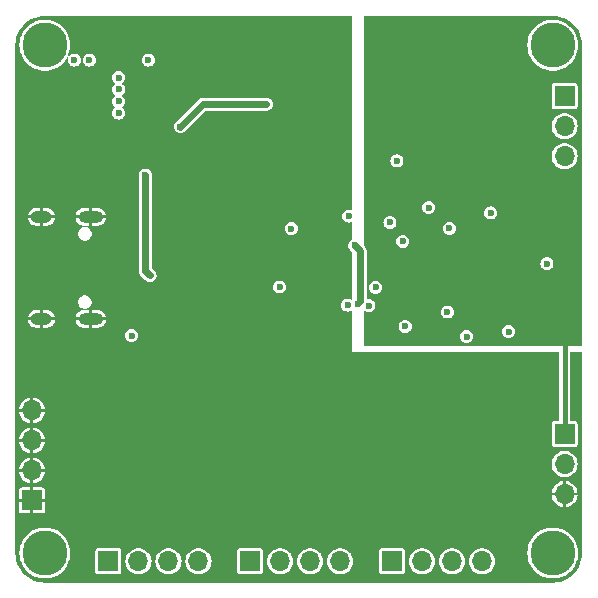
<source format=gbr>
%TF.GenerationSoftware,KiCad,Pcbnew,8.0.9-8.0.9-0~ubuntu22.04.1*%
%TF.CreationDate,2025-11-15T02:19:11+01:00*%
%TF.ProjectId,GLITCHING_FMAW,474c4954-4348-4494-9e47-5f464d41572e,rev?*%
%TF.SameCoordinates,Original*%
%TF.FileFunction,Copper,L4,Bot*%
%TF.FilePolarity,Positive*%
%FSLAX46Y46*%
G04 Gerber Fmt 4.6, Leading zero omitted, Abs format (unit mm)*
G04 Created by KiCad (PCBNEW 8.0.9-8.0.9-0~ubuntu22.04.1) date 2025-11-15 02:19:11*
%MOMM*%
%LPD*%
G01*
G04 APERTURE LIST*
%TA.AperFunction,ComponentPad*%
%ADD10R,1.700000X1.700000*%
%TD*%
%TA.AperFunction,ComponentPad*%
%ADD11O,1.700000X1.700000*%
%TD*%
%TA.AperFunction,ComponentPad*%
%ADD12C,3.800000*%
%TD*%
%TA.AperFunction,ComponentPad*%
%ADD13O,2.100000X1.000000*%
%TD*%
%TA.AperFunction,ComponentPad*%
%ADD14O,1.800000X1.000000*%
%TD*%
%TA.AperFunction,ViaPad*%
%ADD15C,0.600000*%
%TD*%
%TA.AperFunction,Conductor*%
%ADD16C,0.400000*%
%TD*%
%TA.AperFunction,Conductor*%
%ADD17C,0.600000*%
%TD*%
%TA.AperFunction,Conductor*%
%ADD18C,0.200000*%
%TD*%
G04 APERTURE END LIST*
D10*
%TO.P,J3,1,Pin_1*%
%TO.N,+3.3VA*%
X77000000Y-59920000D03*
D11*
%TO.P,J3,2,Pin_2*%
%TO.N,Net-(J3-Pin_2)*%
X77000000Y-62460000D03*
%TO.P,J3,3,Pin_3*%
%TO.N,GND*%
X77000000Y-65000000D03*
%TD*%
D10*
%TO.P,J5,1,Pin_1*%
%TO.N,Net-(J5-Pin_1)*%
X50380000Y-70700000D03*
D11*
%TO.P,J5,2,Pin_2*%
%TO.N,Net-(J5-Pin_2)*%
X52920000Y-70700000D03*
%TO.P,J5,3,Pin_3*%
%TO.N,Net-(J5-Pin_3)*%
X55459999Y-70700000D03*
%TO.P,J5,4,Pin_4*%
%TO.N,Net-(J5-Pin_4)*%
X58000000Y-70700000D03*
%TD*%
D10*
%TO.P,J2,1,Pin_1*%
%TO.N,GND*%
X77000000Y-31320001D03*
D11*
%TO.P,J2,2,Pin_2*%
%TO.N,Net-(J2-Pin_2)*%
X77000000Y-33860001D03*
%TO.P,J2,3,Pin_3*%
%TO.N,GND*%
X77000000Y-36400000D03*
%TD*%
D10*
%TO.P,J6,1,Pin_1*%
%TO.N,Net-(J6-Pin_1)*%
X62380000Y-70700000D03*
D11*
%TO.P,J6,2,Pin_2*%
%TO.N,Net-(J6-Pin_2)*%
X64920000Y-70700000D03*
%TO.P,J6,3,Pin_3*%
%TO.N,Net-(J6-Pin_3)*%
X67459999Y-70700000D03*
%TO.P,J6,4,Pin_4*%
%TO.N,Net-(J6-Pin_4)*%
X70000000Y-70700000D03*
%TD*%
D12*
%TO.P,H1,1*%
%TO.N,N/C*%
X33000000Y-27000000D03*
%TD*%
%TO.P,H2,1*%
%TO.N,N/C*%
X33000000Y-70000000D03*
%TD*%
D10*
%TO.P,J4,1,Pin_1*%
%TO.N,Net-(J4-Pin_1)*%
X38380000Y-70700000D03*
D11*
%TO.P,J4,2,Pin_2*%
%TO.N,Net-(J4-Pin_2)*%
X40920000Y-70700000D03*
%TO.P,J4,3,Pin_3*%
%TO.N,Net-(J4-Pin_3)*%
X43459999Y-70700000D03*
%TO.P,J4,4,Pin_4*%
%TO.N,Net-(J4-Pin_4)*%
X46000000Y-70700000D03*
%TD*%
D13*
%TO.P,J1,S1,SHIELD*%
%TO.N,GND*%
X36880000Y-41540000D03*
D14*
X32700000Y-41540000D03*
D13*
X36880000Y-50180000D03*
D14*
X32700000Y-50180000D03*
%TD*%
D12*
%TO.P,H4,1*%
%TO.N,N/C*%
X76000000Y-27000000D03*
%TD*%
D10*
%TO.P,J7,1,Pin_1*%
%TO.N,GND*%
X31900000Y-65540000D03*
D11*
%TO.P,J7,2,Pin_2*%
X31900000Y-63000000D03*
%TO.P,J7,3,Pin_3*%
X31900000Y-60460001D03*
%TO.P,J7,4,Pin_4*%
X31900000Y-57920000D03*
%TD*%
D12*
%TO.P,H3,1*%
%TO.N,N/C*%
X76000000Y-70000000D03*
%TD*%
D15*
%TO.N,+3.3VA*%
X72014999Y-42530000D03*
%TO.N,GND*%
X67250000Y-42500000D03*
X72250000Y-51250000D03*
X49750000Y-41750000D03*
X57100000Y-37100000D03*
X70750000Y-41200000D03*
X62800000Y-36800000D03*
X65500000Y-40750000D03*
X56500000Y-35400000D03*
X75500000Y-45500000D03*
X54600000Y-30400000D03*
X62000000Y-56000000D03*
X67070000Y-49580000D03*
X69000000Y-54000000D03*
X42750000Y-41250000D03*
X50250000Y-49250000D03*
X47250000Y-34750000D03*
X57500000Y-38700000D03*
X63500000Y-50800000D03*
X73250000Y-53500000D03*
X46716003Y-38122809D03*
X53250000Y-53000000D03*
%TO.N,VBUS*%
X44475000Y-33895002D03*
X41500000Y-38000000D03*
X41900000Y-46500000D03*
X51750000Y-32000000D03*
%TO.N,+3.3V*%
X41750000Y-28250000D03*
X39255469Y-30742294D03*
X39250000Y-29750000D03*
X36750000Y-28250000D03*
X62206250Y-42006250D03*
X61000000Y-47500000D03*
X53875000Y-42525000D03*
X60424403Y-49059399D03*
X63300000Y-43600000D03*
X35500000Y-28250000D03*
X58630602Y-48993034D03*
X52875000Y-47460000D03*
X68700000Y-51675000D03*
X40337500Y-51587500D03*
X58725000Y-41475000D03*
X39250000Y-32750000D03*
X39250000Y-31750000D03*
%TO.N,+3.3VA*%
X66000000Y-30000000D03*
X68000000Y-30000000D03*
X67000000Y-30000000D03*
X68550000Y-41050000D03*
%TO.N,+1V1*%
X59500000Y-48900000D03*
X59228225Y-43960000D03*
%TO.N,+3.3VA*%
X72450000Y-39775000D03*
%TD*%
D16*
%TO.N,+3.3VA*%
X77000000Y-59920000D02*
X77000000Y-49500000D01*
X77000000Y-49500000D02*
X72014999Y-44514999D01*
X72014999Y-44514999D02*
X72014999Y-42530000D01*
D17*
%TO.N,VBUS*%
X41900000Y-46500000D02*
X41500000Y-46100000D01*
X41500000Y-46100000D02*
X41500000Y-38000000D01*
X46370002Y-32000000D02*
X44475000Y-33895002D01*
X51750000Y-32000000D02*
X46370002Y-32000000D01*
%TO.N,+1V1*%
X59700000Y-48700000D02*
X59700000Y-44431775D01*
X59700000Y-44431775D02*
X59228225Y-43960000D01*
D18*
X59500000Y-48900000D02*
X59700000Y-48700000D01*
%TD*%
%TA.AperFunction,Conductor*%
%TO.N,GND*%
G36*
X58985648Y-24514852D02*
G01*
X59000000Y-24549500D01*
X59000000Y-40919718D01*
X58985648Y-40954366D01*
X58951000Y-40968718D01*
X58932249Y-40964988D01*
X58868708Y-40938669D01*
X58725000Y-40919750D01*
X58581291Y-40938669D01*
X58447379Y-40994136D01*
X58447374Y-40994139D01*
X58332379Y-41082378D01*
X58332378Y-41082379D01*
X58244139Y-41197374D01*
X58244136Y-41197379D01*
X58188669Y-41331291D01*
X58169750Y-41475000D01*
X58188669Y-41618708D01*
X58244136Y-41752620D01*
X58244139Y-41752625D01*
X58311184Y-41840000D01*
X58332379Y-41867621D01*
X58447375Y-41955861D01*
X58447377Y-41955861D01*
X58447379Y-41955863D01*
X58526584Y-41988670D01*
X58581291Y-42011330D01*
X58725000Y-42030250D01*
X58868709Y-42011330D01*
X58932250Y-41985011D01*
X58969752Y-41985011D01*
X58996270Y-42011530D01*
X59000000Y-42030281D01*
X59000000Y-43425935D01*
X58985648Y-43460583D01*
X58969753Y-43471204D01*
X58950603Y-43479136D01*
X58950596Y-43479141D01*
X58924277Y-43499335D01*
X58918951Y-43502894D01*
X58890216Y-43519486D01*
X58890204Y-43519494D01*
X58866740Y-43542957D01*
X58861925Y-43547180D01*
X58835603Y-43567378D01*
X58815405Y-43593700D01*
X58811182Y-43598515D01*
X58787719Y-43621979D01*
X58787711Y-43621991D01*
X58771119Y-43650726D01*
X58767560Y-43656052D01*
X58747366Y-43682371D01*
X58747363Y-43682376D01*
X58734662Y-43713035D01*
X58731830Y-43718778D01*
X58715241Y-43747513D01*
X58715240Y-43747516D01*
X58706651Y-43779569D01*
X58704592Y-43785635D01*
X58691896Y-43816287D01*
X58691893Y-43816298D01*
X58687562Y-43849188D01*
X58686313Y-43855469D01*
X58677725Y-43887525D01*
X58677725Y-43920706D01*
X58677306Y-43927101D01*
X58672975Y-43959999D01*
X58677306Y-43992896D01*
X58677725Y-43999292D01*
X58677725Y-44032473D01*
X58686313Y-44064528D01*
X58687562Y-44070811D01*
X58691893Y-44103701D01*
X58691897Y-44103715D01*
X58704592Y-44134363D01*
X58706652Y-44140432D01*
X58715239Y-44172480D01*
X58715242Y-44172488D01*
X58731830Y-44201221D01*
X58734664Y-44206966D01*
X58747365Y-44237627D01*
X58747365Y-44237628D01*
X58767562Y-44263950D01*
X58771121Y-44269276D01*
X58787711Y-44298009D01*
X58787713Y-44298011D01*
X58787715Y-44298015D01*
X58787718Y-44298018D01*
X58811177Y-44321477D01*
X58815403Y-44326295D01*
X58835605Y-44352622D01*
X58861924Y-44372817D01*
X58866743Y-44377043D01*
X58985648Y-44495947D01*
X59000000Y-44530595D01*
X59000000Y-48483231D01*
X58985648Y-48517879D01*
X58951000Y-48532231D01*
X58921172Y-48522106D01*
X58908227Y-48512173D01*
X58908222Y-48512171D01*
X58908221Y-48512170D01*
X58774310Y-48456703D01*
X58630602Y-48437784D01*
X58486893Y-48456703D01*
X58352981Y-48512170D01*
X58352976Y-48512173D01*
X58237981Y-48600412D01*
X58237980Y-48600413D01*
X58149741Y-48715408D01*
X58149738Y-48715413D01*
X58094271Y-48849325D01*
X58075352Y-48993034D01*
X58094271Y-49136742D01*
X58149738Y-49270654D01*
X58149741Y-49270659D01*
X58192292Y-49326113D01*
X58237981Y-49385655D01*
X58352977Y-49473895D01*
X58352979Y-49473895D01*
X58352981Y-49473897D01*
X58486893Y-49529364D01*
X58630602Y-49548284D01*
X58774311Y-49529364D01*
X58847546Y-49499029D01*
X58908223Y-49473897D01*
X58908224Y-49473896D01*
X58908227Y-49473895D01*
X58921170Y-49463962D01*
X58957395Y-49454256D01*
X58989874Y-49473007D01*
X59000000Y-49502837D01*
X59000000Y-53000000D01*
X76500500Y-53000000D01*
X76535148Y-53014352D01*
X76549500Y-53049000D01*
X76549500Y-58770500D01*
X76535148Y-58805148D01*
X76500500Y-58819500D01*
X76125322Y-58819500D01*
X76052260Y-58834033D01*
X75969398Y-58889398D01*
X75914033Y-58972260D01*
X75899500Y-59045322D01*
X75899500Y-60794677D01*
X75914033Y-60867739D01*
X75969398Y-60950601D01*
X75983467Y-60960001D01*
X76052260Y-61005966D01*
X76125326Y-61020500D01*
X77874674Y-61020500D01*
X77947740Y-61005966D01*
X78030601Y-60950601D01*
X78085966Y-60867740D01*
X78100500Y-60794674D01*
X78100500Y-59045326D01*
X78085966Y-58972260D01*
X78043631Y-58908900D01*
X78030601Y-58889398D01*
X77947739Y-58834033D01*
X77874677Y-58819500D01*
X77874674Y-58819500D01*
X77499500Y-58819500D01*
X77464852Y-58805148D01*
X77450500Y-58770500D01*
X77450500Y-53049000D01*
X77464852Y-53014352D01*
X77499500Y-53000000D01*
X78450500Y-53000000D01*
X78485148Y-53014352D01*
X78499500Y-53049000D01*
X78499500Y-69998512D01*
X78499411Y-70001471D01*
X78481454Y-70298328D01*
X78480740Y-70304201D01*
X78427403Y-70595253D01*
X78425987Y-70600999D01*
X78337954Y-70883505D01*
X78335856Y-70889037D01*
X78214414Y-71158871D01*
X78211664Y-71164111D01*
X78058580Y-71417342D01*
X78055219Y-71422211D01*
X77872730Y-71655142D01*
X77868806Y-71659571D01*
X77659571Y-71868806D01*
X77655142Y-71872730D01*
X77422211Y-72055219D01*
X77417342Y-72058580D01*
X77164111Y-72211664D01*
X77158871Y-72214414D01*
X76889037Y-72335856D01*
X76883505Y-72337954D01*
X76600999Y-72425987D01*
X76595253Y-72427403D01*
X76304201Y-72480740D01*
X76298328Y-72481454D01*
X76001471Y-72499411D01*
X75998512Y-72499500D01*
X33001488Y-72499500D01*
X32998529Y-72499411D01*
X32701671Y-72481454D01*
X32695798Y-72480740D01*
X32404746Y-72427403D01*
X32399000Y-72425987D01*
X32116494Y-72337954D01*
X32110962Y-72335856D01*
X31841128Y-72214414D01*
X31835888Y-72211664D01*
X31582657Y-72058580D01*
X31577788Y-72055219D01*
X31344857Y-71872730D01*
X31340428Y-71868806D01*
X31131193Y-71659571D01*
X31127269Y-71655142D01*
X31064744Y-71575335D01*
X30944780Y-71422211D01*
X30941419Y-71417342D01*
X30859494Y-71281822D01*
X30788331Y-71164105D01*
X30785589Y-71158878D01*
X30664142Y-70889035D01*
X30662045Y-70883505D01*
X30654338Y-70858771D01*
X30574009Y-70600990D01*
X30572596Y-70595253D01*
X30570084Y-70581546D01*
X30519258Y-70304199D01*
X30518545Y-70298327D01*
X30500589Y-70001470D01*
X30500545Y-70000000D01*
X30844475Y-70000000D01*
X30864551Y-70293512D01*
X30924405Y-70581546D01*
X30930313Y-70598170D01*
X31022928Y-70858764D01*
X31147538Y-71099248D01*
X31158276Y-71119972D01*
X31158280Y-71119980D01*
X31201145Y-71180705D01*
X31327935Y-71360326D01*
X31528740Y-71575335D01*
X31756951Y-71760999D01*
X32008318Y-71913859D01*
X32278159Y-72031067D01*
X32561445Y-72110440D01*
X32812841Y-72144993D01*
X32852901Y-72150500D01*
X32852902Y-72150500D01*
X33147099Y-72150500D01*
X33182318Y-72145659D01*
X33438555Y-72110440D01*
X33721841Y-72031067D01*
X33991682Y-71913859D01*
X34243049Y-71760999D01*
X34471260Y-71575335D01*
X34672065Y-71360326D01*
X34841722Y-71119976D01*
X34977072Y-70858764D01*
X35075592Y-70581554D01*
X35093181Y-70496914D01*
X35135448Y-70293512D01*
X35136733Y-70274720D01*
X35155525Y-70000000D01*
X35143577Y-69825322D01*
X37279500Y-69825322D01*
X37279500Y-71574677D01*
X37294033Y-71647739D01*
X37349398Y-71730601D01*
X37397924Y-71763024D01*
X37432260Y-71785966D01*
X37505326Y-71800500D01*
X39254674Y-71800500D01*
X39327740Y-71785966D01*
X39410601Y-71730601D01*
X39465966Y-71647740D01*
X39480500Y-71574674D01*
X39480500Y-70700000D01*
X39814785Y-70700000D01*
X39833602Y-70903079D01*
X39833603Y-70903085D01*
X39889417Y-71099248D01*
X39889420Y-71099255D01*
X39980325Y-71281818D01*
X39980328Y-71281822D01*
X40103233Y-71444576D01*
X40103236Y-71444579D01*
X40253954Y-71581977D01*
X40253955Y-71581978D01*
X40253959Y-71581981D01*
X40427363Y-71689348D01*
X40617544Y-71763024D01*
X40818024Y-71800500D01*
X40818026Y-71800500D01*
X41021974Y-71800500D01*
X41021976Y-71800500D01*
X41222456Y-71763024D01*
X41412637Y-71689348D01*
X41586041Y-71581981D01*
X41736764Y-71444579D01*
X41859673Y-71281821D01*
X41950582Y-71099250D01*
X42006397Y-70903083D01*
X42025215Y-70700000D01*
X42354784Y-70700000D01*
X42373601Y-70903079D01*
X42373602Y-70903085D01*
X42429416Y-71099248D01*
X42429419Y-71099255D01*
X42520324Y-71281818D01*
X42520327Y-71281822D01*
X42643232Y-71444576D01*
X42643235Y-71444579D01*
X42793953Y-71581977D01*
X42793954Y-71581978D01*
X42793958Y-71581981D01*
X42967362Y-71689348D01*
X43157543Y-71763024D01*
X43358023Y-71800500D01*
X43358025Y-71800500D01*
X43561973Y-71800500D01*
X43561975Y-71800500D01*
X43762455Y-71763024D01*
X43952636Y-71689348D01*
X44126040Y-71581981D01*
X44276763Y-71444579D01*
X44399672Y-71281821D01*
X44490581Y-71099250D01*
X44546396Y-70903083D01*
X44565214Y-70700000D01*
X44894785Y-70700000D01*
X44913602Y-70903079D01*
X44913603Y-70903085D01*
X44969417Y-71099248D01*
X44969420Y-71099255D01*
X45060325Y-71281818D01*
X45060328Y-71281822D01*
X45183233Y-71444576D01*
X45183236Y-71444579D01*
X45333954Y-71581977D01*
X45333955Y-71581978D01*
X45333959Y-71581981D01*
X45507363Y-71689348D01*
X45697544Y-71763024D01*
X45898024Y-71800500D01*
X45898026Y-71800500D01*
X46101974Y-71800500D01*
X46101976Y-71800500D01*
X46302456Y-71763024D01*
X46492637Y-71689348D01*
X46666041Y-71581981D01*
X46816764Y-71444579D01*
X46939673Y-71281821D01*
X47030582Y-71099250D01*
X47086397Y-70903083D01*
X47105215Y-70700000D01*
X47086397Y-70496917D01*
X47030582Y-70300750D01*
X46939673Y-70118179D01*
X46878218Y-70036800D01*
X46816766Y-69955423D01*
X46816763Y-69955420D01*
X46674053Y-69825322D01*
X49279500Y-69825322D01*
X49279500Y-71574677D01*
X49294033Y-71647739D01*
X49349398Y-71730601D01*
X49397924Y-71763024D01*
X49432260Y-71785966D01*
X49505326Y-71800500D01*
X51254674Y-71800500D01*
X51327740Y-71785966D01*
X51410601Y-71730601D01*
X51465966Y-71647740D01*
X51480500Y-71574674D01*
X51480500Y-70700000D01*
X51814785Y-70700000D01*
X51833602Y-70903079D01*
X51833603Y-70903085D01*
X51889417Y-71099248D01*
X51889420Y-71099255D01*
X51980325Y-71281818D01*
X51980328Y-71281822D01*
X52103233Y-71444576D01*
X52103236Y-71444579D01*
X52253954Y-71581977D01*
X52253955Y-71581978D01*
X52253959Y-71581981D01*
X52427363Y-71689348D01*
X52617544Y-71763024D01*
X52818024Y-71800500D01*
X52818026Y-71800500D01*
X53021974Y-71800500D01*
X53021976Y-71800500D01*
X53222456Y-71763024D01*
X53412637Y-71689348D01*
X53586041Y-71581981D01*
X53736764Y-71444579D01*
X53859673Y-71281821D01*
X53950582Y-71099250D01*
X54006397Y-70903083D01*
X54025215Y-70700000D01*
X54354784Y-70700000D01*
X54373601Y-70903079D01*
X54373602Y-70903085D01*
X54429416Y-71099248D01*
X54429419Y-71099255D01*
X54520324Y-71281818D01*
X54520327Y-71281822D01*
X54643232Y-71444576D01*
X54643235Y-71444579D01*
X54793953Y-71581977D01*
X54793954Y-71581978D01*
X54793958Y-71581981D01*
X54967362Y-71689348D01*
X55157543Y-71763024D01*
X55358023Y-71800500D01*
X55358025Y-71800500D01*
X55561973Y-71800500D01*
X55561975Y-71800500D01*
X55762455Y-71763024D01*
X55952636Y-71689348D01*
X56126040Y-71581981D01*
X56276763Y-71444579D01*
X56399672Y-71281821D01*
X56490581Y-71099250D01*
X56546396Y-70903083D01*
X56565214Y-70700000D01*
X56894785Y-70700000D01*
X56913602Y-70903079D01*
X56913603Y-70903085D01*
X56969417Y-71099248D01*
X56969420Y-71099255D01*
X57060325Y-71281818D01*
X57060328Y-71281822D01*
X57183233Y-71444576D01*
X57183236Y-71444579D01*
X57333954Y-71581977D01*
X57333955Y-71581978D01*
X57333959Y-71581981D01*
X57507363Y-71689348D01*
X57697544Y-71763024D01*
X57898024Y-71800500D01*
X57898026Y-71800500D01*
X58101974Y-71800500D01*
X58101976Y-71800500D01*
X58302456Y-71763024D01*
X58492637Y-71689348D01*
X58666041Y-71581981D01*
X58816764Y-71444579D01*
X58939673Y-71281821D01*
X59030582Y-71099250D01*
X59086397Y-70903083D01*
X59105215Y-70700000D01*
X59086397Y-70496917D01*
X59030582Y-70300750D01*
X58939673Y-70118179D01*
X58878218Y-70036800D01*
X58816766Y-69955423D01*
X58816763Y-69955420D01*
X58674053Y-69825322D01*
X61279500Y-69825322D01*
X61279500Y-71574677D01*
X61294033Y-71647739D01*
X61349398Y-71730601D01*
X61397924Y-71763024D01*
X61432260Y-71785966D01*
X61505326Y-71800500D01*
X63254674Y-71800500D01*
X63327740Y-71785966D01*
X63410601Y-71730601D01*
X63465966Y-71647740D01*
X63480500Y-71574674D01*
X63480500Y-70700000D01*
X63814785Y-70700000D01*
X63833602Y-70903079D01*
X63833603Y-70903085D01*
X63889417Y-71099248D01*
X63889420Y-71099255D01*
X63980325Y-71281818D01*
X63980328Y-71281822D01*
X64103233Y-71444576D01*
X64103236Y-71444579D01*
X64253954Y-71581977D01*
X64253955Y-71581978D01*
X64253959Y-71581981D01*
X64427363Y-71689348D01*
X64617544Y-71763024D01*
X64818024Y-71800500D01*
X64818026Y-71800500D01*
X65021974Y-71800500D01*
X65021976Y-71800500D01*
X65222456Y-71763024D01*
X65412637Y-71689348D01*
X65586041Y-71581981D01*
X65736764Y-71444579D01*
X65859673Y-71281821D01*
X65950582Y-71099250D01*
X66006397Y-70903083D01*
X66025215Y-70700000D01*
X66354784Y-70700000D01*
X66373601Y-70903079D01*
X66373602Y-70903085D01*
X66429416Y-71099248D01*
X66429419Y-71099255D01*
X66520324Y-71281818D01*
X66520327Y-71281822D01*
X66643232Y-71444576D01*
X66643235Y-71444579D01*
X66793953Y-71581977D01*
X66793954Y-71581978D01*
X66793958Y-71581981D01*
X66967362Y-71689348D01*
X67157543Y-71763024D01*
X67358023Y-71800500D01*
X67358025Y-71800500D01*
X67561973Y-71800500D01*
X67561975Y-71800500D01*
X67762455Y-71763024D01*
X67952636Y-71689348D01*
X68126040Y-71581981D01*
X68276763Y-71444579D01*
X68399672Y-71281821D01*
X68490581Y-71099250D01*
X68546396Y-70903083D01*
X68565214Y-70700000D01*
X68894785Y-70700000D01*
X68913602Y-70903079D01*
X68913603Y-70903085D01*
X68969417Y-71099248D01*
X68969420Y-71099255D01*
X69060325Y-71281818D01*
X69060328Y-71281822D01*
X69183233Y-71444576D01*
X69183236Y-71444579D01*
X69333954Y-71581977D01*
X69333955Y-71581978D01*
X69333959Y-71581981D01*
X69507363Y-71689348D01*
X69697544Y-71763024D01*
X69898024Y-71800500D01*
X69898026Y-71800500D01*
X70101974Y-71800500D01*
X70101976Y-71800500D01*
X70302456Y-71763024D01*
X70492637Y-71689348D01*
X70666041Y-71581981D01*
X70816764Y-71444579D01*
X70939673Y-71281821D01*
X71030582Y-71099250D01*
X71086397Y-70903083D01*
X71105215Y-70700000D01*
X71086397Y-70496917D01*
X71030582Y-70300750D01*
X70939673Y-70118179D01*
X70878218Y-70036800D01*
X70850428Y-70000000D01*
X73844475Y-70000000D01*
X73864551Y-70293512D01*
X73924405Y-70581546D01*
X73930313Y-70598170D01*
X74022928Y-70858764D01*
X74147538Y-71099248D01*
X74158276Y-71119972D01*
X74158280Y-71119980D01*
X74201145Y-71180705D01*
X74327935Y-71360326D01*
X74528740Y-71575335D01*
X74756951Y-71760999D01*
X75008318Y-71913859D01*
X75278159Y-72031067D01*
X75561445Y-72110440D01*
X75812841Y-72144993D01*
X75852901Y-72150500D01*
X75852902Y-72150500D01*
X76147099Y-72150500D01*
X76182318Y-72145659D01*
X76438555Y-72110440D01*
X76721841Y-72031067D01*
X76991682Y-71913859D01*
X77243049Y-71760999D01*
X77471260Y-71575335D01*
X77672065Y-71360326D01*
X77841722Y-71119976D01*
X77977072Y-70858764D01*
X78075592Y-70581554D01*
X78093181Y-70496914D01*
X78135448Y-70293512D01*
X78136733Y-70274720D01*
X78155525Y-70000000D01*
X78135448Y-69706489D01*
X78127741Y-69669399D01*
X78075594Y-69418453D01*
X78075592Y-69418446D01*
X77977072Y-69141236D01*
X77841722Y-68880024D01*
X77841720Y-68880021D01*
X77841719Y-68880019D01*
X77787189Y-68802768D01*
X77672065Y-68639674D01*
X77471260Y-68424665D01*
X77243049Y-68239001D01*
X76991682Y-68086141D01*
X76991678Y-68086139D01*
X76991676Y-68086138D01*
X76721842Y-67968933D01*
X76438560Y-67889561D01*
X76438555Y-67889560D01*
X76147099Y-67849500D01*
X76147098Y-67849500D01*
X75852902Y-67849500D01*
X75852901Y-67849500D01*
X75561444Y-67889560D01*
X75561439Y-67889561D01*
X75278157Y-67968933D01*
X75008323Y-68086138D01*
X74756949Y-68239002D01*
X74528748Y-68424658D01*
X74528737Y-68424668D01*
X74327939Y-68639669D01*
X74327933Y-68639677D01*
X74158280Y-68880019D01*
X74158276Y-68880027D01*
X74022932Y-69141228D01*
X74022928Y-69141237D01*
X73924405Y-69418453D01*
X73864551Y-69706487D01*
X73844475Y-70000000D01*
X70850428Y-70000000D01*
X70816766Y-69955423D01*
X70816763Y-69955420D01*
X70666045Y-69818022D01*
X70666042Y-69818020D01*
X70666041Y-69818019D01*
X70492637Y-69710652D01*
X70492634Y-69710651D01*
X70492633Y-69710650D01*
X70302462Y-69636978D01*
X70302460Y-69636977D01*
X70302456Y-69636976D01*
X70101976Y-69599500D01*
X69898024Y-69599500D01*
X69697544Y-69636976D01*
X69697540Y-69636977D01*
X69697537Y-69636978D01*
X69507366Y-69710650D01*
X69333954Y-69818022D01*
X69183236Y-69955420D01*
X69183233Y-69955423D01*
X69060328Y-70118177D01*
X69060325Y-70118181D01*
X68969420Y-70300744D01*
X68969417Y-70300751D01*
X68913603Y-70496914D01*
X68913602Y-70496920D01*
X68894785Y-70700000D01*
X68565214Y-70700000D01*
X68546396Y-70496917D01*
X68490581Y-70300750D01*
X68399672Y-70118179D01*
X68338217Y-70036800D01*
X68276765Y-69955423D01*
X68276762Y-69955420D01*
X68126044Y-69818022D01*
X68126041Y-69818020D01*
X68126040Y-69818019D01*
X67952636Y-69710652D01*
X67952633Y-69710651D01*
X67952632Y-69710650D01*
X67762461Y-69636978D01*
X67762459Y-69636977D01*
X67762455Y-69636976D01*
X67561975Y-69599500D01*
X67358023Y-69599500D01*
X67157543Y-69636976D01*
X67157539Y-69636977D01*
X67157536Y-69636978D01*
X66967365Y-69710650D01*
X66793953Y-69818022D01*
X66643235Y-69955420D01*
X66643232Y-69955423D01*
X66520327Y-70118177D01*
X66520324Y-70118181D01*
X66429419Y-70300744D01*
X66429416Y-70300751D01*
X66373602Y-70496914D01*
X66373601Y-70496920D01*
X66354784Y-70700000D01*
X66025215Y-70700000D01*
X66006397Y-70496917D01*
X65950582Y-70300750D01*
X65859673Y-70118179D01*
X65798218Y-70036800D01*
X65736766Y-69955423D01*
X65736763Y-69955420D01*
X65586045Y-69818022D01*
X65586042Y-69818020D01*
X65586041Y-69818019D01*
X65412637Y-69710652D01*
X65412634Y-69710651D01*
X65412633Y-69710650D01*
X65222462Y-69636978D01*
X65222460Y-69636977D01*
X65222456Y-69636976D01*
X65021976Y-69599500D01*
X64818024Y-69599500D01*
X64617544Y-69636976D01*
X64617540Y-69636977D01*
X64617537Y-69636978D01*
X64427366Y-69710650D01*
X64253954Y-69818022D01*
X64103236Y-69955420D01*
X64103233Y-69955423D01*
X63980328Y-70118177D01*
X63980325Y-70118181D01*
X63889420Y-70300744D01*
X63889417Y-70300751D01*
X63833603Y-70496914D01*
X63833602Y-70496920D01*
X63814785Y-70700000D01*
X63480500Y-70700000D01*
X63480500Y-69825326D01*
X63465966Y-69752260D01*
X63438164Y-69710650D01*
X63410601Y-69669398D01*
X63327739Y-69614033D01*
X63254677Y-69599500D01*
X63254674Y-69599500D01*
X61505326Y-69599500D01*
X61505322Y-69599500D01*
X61432260Y-69614033D01*
X61349398Y-69669398D01*
X61294033Y-69752260D01*
X61279500Y-69825322D01*
X58674053Y-69825322D01*
X58666045Y-69818022D01*
X58666042Y-69818020D01*
X58666041Y-69818019D01*
X58492637Y-69710652D01*
X58492634Y-69710651D01*
X58492633Y-69710650D01*
X58302462Y-69636978D01*
X58302460Y-69636977D01*
X58302456Y-69636976D01*
X58101976Y-69599500D01*
X57898024Y-69599500D01*
X57697544Y-69636976D01*
X57697540Y-69636977D01*
X57697537Y-69636978D01*
X57507366Y-69710650D01*
X57333954Y-69818022D01*
X57183236Y-69955420D01*
X57183233Y-69955423D01*
X57060328Y-70118177D01*
X57060325Y-70118181D01*
X56969420Y-70300744D01*
X56969417Y-70300751D01*
X56913603Y-70496914D01*
X56913602Y-70496920D01*
X56894785Y-70700000D01*
X56565214Y-70700000D01*
X56546396Y-70496917D01*
X56490581Y-70300750D01*
X56399672Y-70118179D01*
X56338217Y-70036800D01*
X56276765Y-69955423D01*
X56276762Y-69955420D01*
X56126044Y-69818022D01*
X56126041Y-69818020D01*
X56126040Y-69818019D01*
X55952636Y-69710652D01*
X55952633Y-69710651D01*
X55952632Y-69710650D01*
X55762461Y-69636978D01*
X55762459Y-69636977D01*
X55762455Y-69636976D01*
X55561975Y-69599500D01*
X55358023Y-69599500D01*
X55157543Y-69636976D01*
X55157539Y-69636977D01*
X55157536Y-69636978D01*
X54967365Y-69710650D01*
X54793953Y-69818022D01*
X54643235Y-69955420D01*
X54643232Y-69955423D01*
X54520327Y-70118177D01*
X54520324Y-70118181D01*
X54429419Y-70300744D01*
X54429416Y-70300751D01*
X54373602Y-70496914D01*
X54373601Y-70496920D01*
X54354784Y-70700000D01*
X54025215Y-70700000D01*
X54006397Y-70496917D01*
X53950582Y-70300750D01*
X53859673Y-70118179D01*
X53798218Y-70036800D01*
X53736766Y-69955423D01*
X53736763Y-69955420D01*
X53586045Y-69818022D01*
X53586042Y-69818020D01*
X53586041Y-69818019D01*
X53412637Y-69710652D01*
X53412634Y-69710651D01*
X53412633Y-69710650D01*
X53222462Y-69636978D01*
X53222460Y-69636977D01*
X53222456Y-69636976D01*
X53021976Y-69599500D01*
X52818024Y-69599500D01*
X52617544Y-69636976D01*
X52617540Y-69636977D01*
X52617537Y-69636978D01*
X52427366Y-69710650D01*
X52253954Y-69818022D01*
X52103236Y-69955420D01*
X52103233Y-69955423D01*
X51980328Y-70118177D01*
X51980325Y-70118181D01*
X51889420Y-70300744D01*
X51889417Y-70300751D01*
X51833603Y-70496914D01*
X51833602Y-70496920D01*
X51814785Y-70700000D01*
X51480500Y-70700000D01*
X51480500Y-69825326D01*
X51465966Y-69752260D01*
X51438164Y-69710650D01*
X51410601Y-69669398D01*
X51327739Y-69614033D01*
X51254677Y-69599500D01*
X51254674Y-69599500D01*
X49505326Y-69599500D01*
X49505322Y-69599500D01*
X49432260Y-69614033D01*
X49349398Y-69669398D01*
X49294033Y-69752260D01*
X49279500Y-69825322D01*
X46674053Y-69825322D01*
X46666045Y-69818022D01*
X46666042Y-69818020D01*
X46666041Y-69818019D01*
X46492637Y-69710652D01*
X46492634Y-69710651D01*
X46492633Y-69710650D01*
X46302462Y-69636978D01*
X46302460Y-69636977D01*
X46302456Y-69636976D01*
X46101976Y-69599500D01*
X45898024Y-69599500D01*
X45697544Y-69636976D01*
X45697540Y-69636977D01*
X45697537Y-69636978D01*
X45507366Y-69710650D01*
X45333954Y-69818022D01*
X45183236Y-69955420D01*
X45183233Y-69955423D01*
X45060328Y-70118177D01*
X45060325Y-70118181D01*
X44969420Y-70300744D01*
X44969417Y-70300751D01*
X44913603Y-70496914D01*
X44913602Y-70496920D01*
X44894785Y-70700000D01*
X44565214Y-70700000D01*
X44546396Y-70496917D01*
X44490581Y-70300750D01*
X44399672Y-70118179D01*
X44338217Y-70036800D01*
X44276765Y-69955423D01*
X44276762Y-69955420D01*
X44126044Y-69818022D01*
X44126041Y-69818020D01*
X44126040Y-69818019D01*
X43952636Y-69710652D01*
X43952633Y-69710651D01*
X43952632Y-69710650D01*
X43762461Y-69636978D01*
X43762459Y-69636977D01*
X43762455Y-69636976D01*
X43561975Y-69599500D01*
X43358023Y-69599500D01*
X43157543Y-69636976D01*
X43157539Y-69636977D01*
X43157536Y-69636978D01*
X42967365Y-69710650D01*
X42793953Y-69818022D01*
X42643235Y-69955420D01*
X42643232Y-69955423D01*
X42520327Y-70118177D01*
X42520324Y-70118181D01*
X42429419Y-70300744D01*
X42429416Y-70300751D01*
X42373602Y-70496914D01*
X42373601Y-70496920D01*
X42354784Y-70700000D01*
X42025215Y-70700000D01*
X42006397Y-70496917D01*
X41950582Y-70300750D01*
X41859673Y-70118179D01*
X41798218Y-70036800D01*
X41736766Y-69955423D01*
X41736763Y-69955420D01*
X41586045Y-69818022D01*
X41586042Y-69818020D01*
X41586041Y-69818019D01*
X41412637Y-69710652D01*
X41412634Y-69710651D01*
X41412633Y-69710650D01*
X41222462Y-69636978D01*
X41222460Y-69636977D01*
X41222456Y-69636976D01*
X41021976Y-69599500D01*
X40818024Y-69599500D01*
X40617544Y-69636976D01*
X40617540Y-69636977D01*
X40617537Y-69636978D01*
X40427366Y-69710650D01*
X40253954Y-69818022D01*
X40103236Y-69955420D01*
X40103233Y-69955423D01*
X39980328Y-70118177D01*
X39980325Y-70118181D01*
X39889420Y-70300744D01*
X39889417Y-70300751D01*
X39833603Y-70496914D01*
X39833602Y-70496920D01*
X39814785Y-70700000D01*
X39480500Y-70700000D01*
X39480500Y-69825326D01*
X39465966Y-69752260D01*
X39438164Y-69710650D01*
X39410601Y-69669398D01*
X39327739Y-69614033D01*
X39254677Y-69599500D01*
X39254674Y-69599500D01*
X37505326Y-69599500D01*
X37505322Y-69599500D01*
X37432260Y-69614033D01*
X37349398Y-69669398D01*
X37294033Y-69752260D01*
X37279500Y-69825322D01*
X35143577Y-69825322D01*
X35135448Y-69706489D01*
X35127741Y-69669399D01*
X35075594Y-69418453D01*
X35075592Y-69418446D01*
X34977072Y-69141236D01*
X34841722Y-68880024D01*
X34841720Y-68880021D01*
X34841719Y-68880019D01*
X34787189Y-68802768D01*
X34672065Y-68639674D01*
X34471260Y-68424665D01*
X34243049Y-68239001D01*
X33991682Y-68086141D01*
X33991678Y-68086139D01*
X33991676Y-68086138D01*
X33721842Y-67968933D01*
X33438560Y-67889561D01*
X33438555Y-67889560D01*
X33147099Y-67849500D01*
X33147098Y-67849500D01*
X32852902Y-67849500D01*
X32852901Y-67849500D01*
X32561444Y-67889560D01*
X32561439Y-67889561D01*
X32278157Y-67968933D01*
X32008323Y-68086138D01*
X31756949Y-68239002D01*
X31528748Y-68424658D01*
X31528737Y-68424668D01*
X31327939Y-68639669D01*
X31327933Y-68639677D01*
X31158280Y-68880019D01*
X31158276Y-68880027D01*
X31022932Y-69141228D01*
X31022928Y-69141237D01*
X30924405Y-69418453D01*
X30864551Y-69706487D01*
X30844475Y-70000000D01*
X30500545Y-70000000D01*
X30500500Y-69998512D01*
X30500500Y-64665370D01*
X30800000Y-64665370D01*
X30800000Y-65415000D01*
X31415856Y-65415000D01*
X31400000Y-65474174D01*
X31400000Y-65605826D01*
X31415856Y-65665000D01*
X30800000Y-65665000D01*
X30800000Y-66414629D01*
X30814503Y-66487542D01*
X30869759Y-66570240D01*
X30952457Y-66625496D01*
X31025370Y-66639999D01*
X31025376Y-66640000D01*
X31775000Y-66640000D01*
X31775000Y-66024144D01*
X31834174Y-66040000D01*
X31965826Y-66040000D01*
X32025000Y-66024144D01*
X32025000Y-66640000D01*
X32774624Y-66640000D01*
X32774629Y-66639999D01*
X32847542Y-66625496D01*
X32930240Y-66570240D01*
X32985496Y-66487542D01*
X32999999Y-66414629D01*
X33000000Y-66414624D01*
X33000000Y-65665000D01*
X32384144Y-65665000D01*
X32400000Y-65605826D01*
X32400000Y-65474174D01*
X32384144Y-65415000D01*
X33000000Y-65415000D01*
X33000000Y-64874999D01*
X75906870Y-64874999D01*
X75906870Y-64875000D01*
X76515856Y-64875000D01*
X76500000Y-64934174D01*
X76500000Y-65065826D01*
X76515856Y-65125000D01*
X75906870Y-65125000D01*
X75914096Y-65202986D01*
X75914098Y-65202995D01*
X75969883Y-65399063D01*
X75969884Y-65399064D01*
X76060752Y-65581553D01*
X76060755Y-65581557D01*
X76183604Y-65744237D01*
X76183607Y-65744240D01*
X76334257Y-65881576D01*
X76507590Y-65988900D01*
X76697674Y-66062538D01*
X76875000Y-66095686D01*
X76875000Y-65484144D01*
X76934174Y-65500000D01*
X77065826Y-65500000D01*
X77125000Y-65484144D01*
X77125000Y-66095685D01*
X77302325Y-66062538D01*
X77492409Y-65988900D01*
X77665742Y-65881576D01*
X77816392Y-65744240D01*
X77816395Y-65744237D01*
X77939244Y-65581557D01*
X77939247Y-65581553D01*
X78030115Y-65399064D01*
X78030116Y-65399063D01*
X78085901Y-65202995D01*
X78085903Y-65202986D01*
X78093129Y-65125000D01*
X77484144Y-65125000D01*
X77500000Y-65065826D01*
X77500000Y-64934174D01*
X77484144Y-64875000D01*
X78093130Y-64875000D01*
X78093129Y-64874999D01*
X78085903Y-64797013D01*
X78085901Y-64797004D01*
X78030116Y-64600936D01*
X78030115Y-64600935D01*
X77939247Y-64418446D01*
X77939244Y-64418442D01*
X77816395Y-64255762D01*
X77816392Y-64255759D01*
X77665742Y-64118423D01*
X77492409Y-64011099D01*
X77302324Y-63937460D01*
X77125000Y-63904312D01*
X77125000Y-64515855D01*
X77065826Y-64500000D01*
X76934174Y-64500000D01*
X76875000Y-64515855D01*
X76875000Y-63904312D01*
X76697675Y-63937460D01*
X76507590Y-64011099D01*
X76334257Y-64118423D01*
X76183607Y-64255759D01*
X76183604Y-64255762D01*
X76060755Y-64418442D01*
X76060752Y-64418446D01*
X75969884Y-64600935D01*
X75969883Y-64600936D01*
X75914098Y-64797004D01*
X75914096Y-64797013D01*
X75906870Y-64874999D01*
X33000000Y-64874999D01*
X33000000Y-64665376D01*
X32999999Y-64665370D01*
X32985496Y-64592457D01*
X32930240Y-64509759D01*
X32847542Y-64454503D01*
X32774629Y-64440000D01*
X32025000Y-64440000D01*
X32025000Y-65055855D01*
X31965826Y-65040000D01*
X31834174Y-65040000D01*
X31775000Y-65055855D01*
X31775000Y-64440000D01*
X31025370Y-64440000D01*
X30952457Y-64454503D01*
X30869759Y-64509759D01*
X30814503Y-64592457D01*
X30800000Y-64665370D01*
X30500500Y-64665370D01*
X30500500Y-62874999D01*
X30806870Y-62874999D01*
X30806870Y-62875000D01*
X31415856Y-62875000D01*
X31400000Y-62934174D01*
X31400000Y-63065826D01*
X31415856Y-63125000D01*
X30806870Y-63125000D01*
X30814096Y-63202986D01*
X30814098Y-63202995D01*
X30869883Y-63399063D01*
X30869884Y-63399064D01*
X30960752Y-63581553D01*
X30960755Y-63581557D01*
X31083604Y-63744237D01*
X31083607Y-63744240D01*
X31234257Y-63881576D01*
X31407590Y-63988900D01*
X31597674Y-64062538D01*
X31775000Y-64095686D01*
X31775000Y-63484144D01*
X31834174Y-63500000D01*
X31965826Y-63500000D01*
X32025000Y-63484144D01*
X32025000Y-64095685D01*
X32202325Y-64062538D01*
X32392409Y-63988900D01*
X32565742Y-63881576D01*
X32716392Y-63744240D01*
X32716395Y-63744237D01*
X32839244Y-63581557D01*
X32839247Y-63581553D01*
X32930115Y-63399064D01*
X32930116Y-63399063D01*
X32985901Y-63202995D01*
X32985903Y-63202986D01*
X32993129Y-63125000D01*
X32384144Y-63125000D01*
X32400000Y-63065826D01*
X32400000Y-62934174D01*
X32384144Y-62875000D01*
X32993130Y-62875000D01*
X32993129Y-62874999D01*
X32985903Y-62797013D01*
X32985901Y-62797004D01*
X32930116Y-62600936D01*
X32930115Y-62600935D01*
X32859938Y-62460000D01*
X75894785Y-62460000D01*
X75913602Y-62663079D01*
X75913603Y-62663085D01*
X75969417Y-62859248D01*
X75969420Y-62859255D01*
X76060325Y-63041818D01*
X76060328Y-63041822D01*
X76183233Y-63204576D01*
X76183236Y-63204579D01*
X76333954Y-63341977D01*
X76333955Y-63341978D01*
X76333959Y-63341981D01*
X76507363Y-63449348D01*
X76697544Y-63523024D01*
X76898024Y-63560500D01*
X76898026Y-63560500D01*
X77101974Y-63560500D01*
X77101976Y-63560500D01*
X77302456Y-63523024D01*
X77492637Y-63449348D01*
X77666041Y-63341981D01*
X77816764Y-63204579D01*
X77939673Y-63041821D01*
X78030582Y-62859250D01*
X78086397Y-62663083D01*
X78105215Y-62460000D01*
X78086397Y-62256917D01*
X78030582Y-62060750D01*
X77939673Y-61878179D01*
X77816764Y-61715421D01*
X77816763Y-61715420D01*
X77666045Y-61578022D01*
X77666042Y-61578020D01*
X77666041Y-61578019D01*
X77492637Y-61470652D01*
X77492634Y-61470651D01*
X77492633Y-61470650D01*
X77302462Y-61396978D01*
X77302460Y-61396977D01*
X77302456Y-61396976D01*
X77101976Y-61359500D01*
X76898024Y-61359500D01*
X76697544Y-61396976D01*
X76697540Y-61396977D01*
X76697537Y-61396978D01*
X76507366Y-61470650D01*
X76333954Y-61578022D01*
X76183236Y-61715420D01*
X76183233Y-61715423D01*
X76060328Y-61878177D01*
X76060325Y-61878181D01*
X75969420Y-62060744D01*
X75969417Y-62060751D01*
X75913603Y-62256914D01*
X75913602Y-62256920D01*
X75894785Y-62460000D01*
X32859938Y-62460000D01*
X32839247Y-62418446D01*
X32839244Y-62418442D01*
X32716395Y-62255762D01*
X32716392Y-62255759D01*
X32565742Y-62118423D01*
X32392409Y-62011099D01*
X32202324Y-61937460D01*
X32025000Y-61904312D01*
X32025000Y-62515855D01*
X31965826Y-62500000D01*
X31834174Y-62500000D01*
X31775000Y-62515855D01*
X31775000Y-61904312D01*
X31597675Y-61937460D01*
X31407590Y-62011099D01*
X31234257Y-62118423D01*
X31083607Y-62255759D01*
X31083604Y-62255762D01*
X30960755Y-62418442D01*
X30960752Y-62418446D01*
X30869884Y-62600935D01*
X30869883Y-62600936D01*
X30814098Y-62797004D01*
X30814096Y-62797013D01*
X30806870Y-62874999D01*
X30500500Y-62874999D01*
X30500500Y-60335000D01*
X30806870Y-60335000D01*
X30806870Y-60335001D01*
X31415856Y-60335001D01*
X31400000Y-60394175D01*
X31400000Y-60525827D01*
X31415856Y-60585001D01*
X30806870Y-60585001D01*
X30814096Y-60662987D01*
X30814098Y-60662996D01*
X30869883Y-60859064D01*
X30869884Y-60859065D01*
X30960752Y-61041554D01*
X30960755Y-61041558D01*
X31083604Y-61204238D01*
X31083607Y-61204241D01*
X31234257Y-61341577D01*
X31407590Y-61448901D01*
X31597674Y-61522539D01*
X31775000Y-61555687D01*
X31775000Y-60944145D01*
X31834174Y-60960001D01*
X31965826Y-60960001D01*
X32025000Y-60944145D01*
X32025000Y-61555686D01*
X32202325Y-61522539D01*
X32392409Y-61448901D01*
X32565742Y-61341577D01*
X32716392Y-61204241D01*
X32716395Y-61204238D01*
X32839244Y-61041558D01*
X32839247Y-61041554D01*
X32930115Y-60859065D01*
X32930116Y-60859064D01*
X32985901Y-60662996D01*
X32985903Y-60662987D01*
X32993129Y-60585001D01*
X32384144Y-60585001D01*
X32400000Y-60525827D01*
X32400000Y-60394175D01*
X32384144Y-60335001D01*
X32993130Y-60335001D01*
X32993129Y-60335000D01*
X32985903Y-60257014D01*
X32985901Y-60257005D01*
X32930116Y-60060937D01*
X32930115Y-60060936D01*
X32839247Y-59878447D01*
X32839244Y-59878443D01*
X32716395Y-59715763D01*
X32716392Y-59715760D01*
X32565742Y-59578424D01*
X32392409Y-59471100D01*
X32202324Y-59397461D01*
X32025000Y-59364313D01*
X32025000Y-59975856D01*
X31965826Y-59960001D01*
X31834174Y-59960001D01*
X31775000Y-59975856D01*
X31775000Y-59364313D01*
X31597675Y-59397461D01*
X31407590Y-59471100D01*
X31234257Y-59578424D01*
X31083607Y-59715760D01*
X31083604Y-59715763D01*
X30960755Y-59878443D01*
X30960752Y-59878447D01*
X30869884Y-60060936D01*
X30869883Y-60060937D01*
X30814098Y-60257005D01*
X30814096Y-60257014D01*
X30806870Y-60335000D01*
X30500500Y-60335000D01*
X30500500Y-57794999D01*
X30806870Y-57794999D01*
X30806870Y-57795000D01*
X31415856Y-57795000D01*
X31400000Y-57854174D01*
X31400000Y-57985826D01*
X31415856Y-58045000D01*
X30806870Y-58045000D01*
X30814096Y-58122986D01*
X30814098Y-58122995D01*
X30869883Y-58319063D01*
X30869884Y-58319064D01*
X30960752Y-58501553D01*
X30960755Y-58501557D01*
X31083604Y-58664237D01*
X31083607Y-58664240D01*
X31234257Y-58801576D01*
X31407590Y-58908900D01*
X31597674Y-58982538D01*
X31775000Y-59015686D01*
X31775000Y-58404144D01*
X31834174Y-58420000D01*
X31965826Y-58420000D01*
X32025000Y-58404144D01*
X32025000Y-59015685D01*
X32202325Y-58982538D01*
X32392409Y-58908900D01*
X32565742Y-58801576D01*
X32716392Y-58664240D01*
X32716395Y-58664237D01*
X32839244Y-58501557D01*
X32839247Y-58501553D01*
X32930115Y-58319064D01*
X32930116Y-58319063D01*
X32985901Y-58122995D01*
X32985903Y-58122986D01*
X32993129Y-58045000D01*
X32384144Y-58045000D01*
X32400000Y-57985826D01*
X32400000Y-57854174D01*
X32384144Y-57795000D01*
X32993130Y-57795000D01*
X32993129Y-57794999D01*
X32985903Y-57717013D01*
X32985901Y-57717004D01*
X32930116Y-57520936D01*
X32930115Y-57520935D01*
X32839247Y-57338446D01*
X32839244Y-57338442D01*
X32716395Y-57175762D01*
X32716392Y-57175759D01*
X32565742Y-57038423D01*
X32392409Y-56931099D01*
X32202324Y-56857460D01*
X32025000Y-56824312D01*
X32025000Y-57435855D01*
X31965826Y-57420000D01*
X31834174Y-57420000D01*
X31775000Y-57435855D01*
X31775000Y-56824312D01*
X31597675Y-56857460D01*
X31407590Y-56931099D01*
X31234257Y-57038423D01*
X31083607Y-57175759D01*
X31083604Y-57175762D01*
X30960755Y-57338442D01*
X30960752Y-57338446D01*
X30869884Y-57520935D01*
X30869883Y-57520936D01*
X30814098Y-57717004D01*
X30814096Y-57717013D01*
X30806870Y-57794999D01*
X30500500Y-57794999D01*
X30500500Y-51587500D01*
X39782250Y-51587500D01*
X39801169Y-51731208D01*
X39856636Y-51865120D01*
X39856639Y-51865125D01*
X39944879Y-51980121D01*
X40059875Y-52068361D01*
X40059877Y-52068361D01*
X40059879Y-52068363D01*
X40193791Y-52123830D01*
X40337500Y-52142750D01*
X40481209Y-52123830D01*
X40615125Y-52068361D01*
X40730121Y-51980121D01*
X40818361Y-51865125D01*
X40873830Y-51731209D01*
X40892750Y-51587500D01*
X40873830Y-51443791D01*
X40818361Y-51309875D01*
X40730121Y-51194879D01*
X40656868Y-51138670D01*
X40615125Y-51106639D01*
X40615120Y-51106636D01*
X40481208Y-51051169D01*
X40337500Y-51032250D01*
X40193791Y-51051169D01*
X40059879Y-51106636D01*
X40059874Y-51106639D01*
X39944879Y-51194878D01*
X39944878Y-51194879D01*
X39856639Y-51309874D01*
X39856636Y-51309879D01*
X39801169Y-51443791D01*
X39782250Y-51587500D01*
X30500500Y-51587500D01*
X30500500Y-50055000D01*
X31560171Y-50055000D01*
X32025758Y-50055000D01*
X32020444Y-50064204D01*
X32000000Y-50140504D01*
X32000000Y-50219496D01*
X32020444Y-50295796D01*
X32025758Y-50305000D01*
X31560171Y-50305000D01*
X31578821Y-50398764D01*
X31578823Y-50398770D01*
X31635357Y-50535254D01*
X31717436Y-50658096D01*
X31821903Y-50762563D01*
X31944745Y-50844642D01*
X32081229Y-50901176D01*
X32081244Y-50901180D01*
X32226125Y-50929999D01*
X32226132Y-50930000D01*
X32575000Y-50930000D01*
X32575000Y-50480000D01*
X32825000Y-50480000D01*
X32825000Y-50930000D01*
X33173868Y-50930000D01*
X33173874Y-50929999D01*
X33318755Y-50901180D01*
X33318770Y-50901176D01*
X33455254Y-50844642D01*
X33578096Y-50762563D01*
X33682563Y-50658096D01*
X33764642Y-50535254D01*
X33821176Y-50398770D01*
X33821178Y-50398764D01*
X33839829Y-50305000D01*
X33374242Y-50305000D01*
X33379556Y-50295796D01*
X33400000Y-50219496D01*
X33400000Y-50140504D01*
X33379556Y-50064204D01*
X33374242Y-50055000D01*
X33839828Y-50055000D01*
X35590171Y-50055000D01*
X36055758Y-50055000D01*
X36050444Y-50064204D01*
X36030000Y-50140504D01*
X36030000Y-50219496D01*
X36050444Y-50295796D01*
X36055758Y-50305000D01*
X35590171Y-50305000D01*
X35608821Y-50398764D01*
X35608823Y-50398770D01*
X35665357Y-50535254D01*
X35747436Y-50658096D01*
X35851903Y-50762563D01*
X35974745Y-50844642D01*
X36111229Y-50901176D01*
X36111244Y-50901180D01*
X36256125Y-50929999D01*
X36256132Y-50930000D01*
X36755000Y-50930000D01*
X36755000Y-50480000D01*
X37005000Y-50480000D01*
X37005000Y-50930000D01*
X37503868Y-50930000D01*
X37503874Y-50929999D01*
X37648755Y-50901180D01*
X37648770Y-50901176D01*
X37785254Y-50844642D01*
X37908096Y-50762563D01*
X38012563Y-50658096D01*
X38094642Y-50535254D01*
X38151176Y-50398770D01*
X38151178Y-50398764D01*
X38169829Y-50305000D01*
X37704242Y-50305000D01*
X37709556Y-50295796D01*
X37730000Y-50219496D01*
X37730000Y-50140504D01*
X37709556Y-50064204D01*
X37704242Y-50055000D01*
X38169828Y-50055000D01*
X38151178Y-49961235D01*
X38151176Y-49961229D01*
X38094642Y-49824745D01*
X38012563Y-49701903D01*
X37908096Y-49597436D01*
X37785254Y-49515357D01*
X37648770Y-49458823D01*
X37648755Y-49458819D01*
X37503874Y-49430000D01*
X37005000Y-49430000D01*
X37005000Y-49880000D01*
X36755000Y-49880000D01*
X36755000Y-49430000D01*
X36256125Y-49430000D01*
X36111244Y-49458819D01*
X36111229Y-49458823D01*
X35974745Y-49515357D01*
X35851903Y-49597436D01*
X35747436Y-49701903D01*
X35665357Y-49824745D01*
X35608823Y-49961229D01*
X35608821Y-49961235D01*
X35590171Y-50055000D01*
X33839828Y-50055000D01*
X33821178Y-49961235D01*
X33821176Y-49961229D01*
X33764642Y-49824745D01*
X33682563Y-49701903D01*
X33578096Y-49597436D01*
X33455254Y-49515357D01*
X33318770Y-49458823D01*
X33318755Y-49458819D01*
X33173874Y-49430000D01*
X32825000Y-49430000D01*
X32825000Y-49880000D01*
X32575000Y-49880000D01*
X32575000Y-49430000D01*
X32226125Y-49430000D01*
X32081244Y-49458819D01*
X32081229Y-49458823D01*
X31944745Y-49515357D01*
X31821903Y-49597436D01*
X31717436Y-49701903D01*
X31635357Y-49824745D01*
X31578823Y-49961229D01*
X31578821Y-49961235D01*
X31560171Y-50055000D01*
X30500500Y-50055000D01*
X30500500Y-48674230D01*
X35804500Y-48674230D01*
X35804500Y-48825769D01*
X35843718Y-48972133D01*
X35843719Y-48972137D01*
X35894101Y-49059399D01*
X35919485Y-49103365D01*
X36026635Y-49210515D01*
X36074666Y-49238246D01*
X36157862Y-49286280D01*
X36157864Y-49286280D01*
X36157865Y-49286281D01*
X36273303Y-49317212D01*
X36304230Y-49325499D01*
X36304231Y-49325500D01*
X36304234Y-49325500D01*
X36455769Y-49325500D01*
X36455769Y-49325499D01*
X36602135Y-49286281D01*
X36605565Y-49284301D01*
X36629193Y-49270659D01*
X36733365Y-49210515D01*
X36840515Y-49103365D01*
X36916281Y-48972135D01*
X36955499Y-48825769D01*
X36955500Y-48825769D01*
X36955500Y-48674231D01*
X36955499Y-48674230D01*
X36935720Y-48600412D01*
X36916281Y-48527865D01*
X36916280Y-48527864D01*
X36916280Y-48527862D01*
X36840514Y-48396634D01*
X36733365Y-48289485D01*
X36602137Y-48213719D01*
X36602133Y-48213718D01*
X36455769Y-48174500D01*
X36455766Y-48174500D01*
X36304234Y-48174500D01*
X36304231Y-48174500D01*
X36157866Y-48213718D01*
X36157862Y-48213719D01*
X36026634Y-48289485D01*
X36026634Y-48289486D01*
X35919486Y-48396634D01*
X35919485Y-48396634D01*
X35843719Y-48527862D01*
X35843718Y-48527866D01*
X35804500Y-48674230D01*
X30500500Y-48674230D01*
X30500500Y-47460000D01*
X52319750Y-47460000D01*
X52338669Y-47603708D01*
X52394136Y-47737620D01*
X52394139Y-47737625D01*
X52482379Y-47852621D01*
X52597375Y-47940861D01*
X52597377Y-47940861D01*
X52597379Y-47940863D01*
X52693945Y-47980861D01*
X52731291Y-47996330D01*
X52875000Y-48015250D01*
X53018709Y-47996330D01*
X53152625Y-47940861D01*
X53267621Y-47852621D01*
X53355861Y-47737625D01*
X53411330Y-47603709D01*
X53430250Y-47460000D01*
X53411330Y-47316291D01*
X53355863Y-47182379D01*
X53355860Y-47182374D01*
X53267621Y-47067379D01*
X53267620Y-47067378D01*
X53152625Y-46979139D01*
X53152620Y-46979136D01*
X53018708Y-46923669D01*
X52875000Y-46904750D01*
X52731291Y-46923669D01*
X52597379Y-46979136D01*
X52597374Y-46979139D01*
X52482379Y-47067378D01*
X52482378Y-47067379D01*
X52394139Y-47182374D01*
X52394136Y-47182379D01*
X52338669Y-47316291D01*
X52319750Y-47460000D01*
X30500500Y-47460000D01*
X30500500Y-42894230D01*
X35804500Y-42894230D01*
X35804500Y-43045769D01*
X35843718Y-43192133D01*
X35843719Y-43192137D01*
X35918913Y-43322375D01*
X35919485Y-43323365D01*
X36026635Y-43430515D01*
X36071280Y-43456291D01*
X36157862Y-43506280D01*
X36157864Y-43506280D01*
X36157865Y-43506281D01*
X36273303Y-43537212D01*
X36304230Y-43545499D01*
X36304231Y-43545500D01*
X36304234Y-43545500D01*
X36455769Y-43545500D01*
X36455769Y-43545499D01*
X36602135Y-43506281D01*
X36608002Y-43502894D01*
X36619718Y-43496129D01*
X36733365Y-43430515D01*
X36840515Y-43323365D01*
X36916281Y-43192135D01*
X36955499Y-43045769D01*
X36955500Y-43045769D01*
X36955500Y-42894231D01*
X36955499Y-42894230D01*
X36916281Y-42747866D01*
X36916280Y-42747862D01*
X36840514Y-42616634D01*
X36733365Y-42509485D01*
X36602137Y-42433719D01*
X36602133Y-42433718D01*
X36455769Y-42394500D01*
X36455766Y-42394500D01*
X36304234Y-42394500D01*
X36304231Y-42394500D01*
X36157866Y-42433718D01*
X36157862Y-42433719D01*
X36026634Y-42509485D01*
X36026634Y-42509486D01*
X35919486Y-42616634D01*
X35919485Y-42616634D01*
X35843719Y-42747862D01*
X35843718Y-42747866D01*
X35804500Y-42894230D01*
X30500500Y-42894230D01*
X30500500Y-41415000D01*
X31560171Y-41415000D01*
X32025758Y-41415000D01*
X32020444Y-41424204D01*
X32000000Y-41500504D01*
X32000000Y-41579496D01*
X32020444Y-41655796D01*
X32025758Y-41665000D01*
X31560171Y-41665000D01*
X31578821Y-41758764D01*
X31578823Y-41758770D01*
X31635357Y-41895254D01*
X31717436Y-42018096D01*
X31821903Y-42122563D01*
X31944745Y-42204642D01*
X32081229Y-42261176D01*
X32081244Y-42261180D01*
X32226125Y-42289999D01*
X32226132Y-42290000D01*
X32575000Y-42290000D01*
X32575000Y-41840000D01*
X32825000Y-41840000D01*
X32825000Y-42290000D01*
X33173868Y-42290000D01*
X33173874Y-42289999D01*
X33318755Y-42261180D01*
X33318770Y-42261176D01*
X33455254Y-42204642D01*
X33578096Y-42122563D01*
X33682563Y-42018096D01*
X33764642Y-41895254D01*
X33821176Y-41758770D01*
X33821178Y-41758764D01*
X33839829Y-41665000D01*
X33374242Y-41665000D01*
X33379556Y-41655796D01*
X33400000Y-41579496D01*
X33400000Y-41500504D01*
X33379556Y-41424204D01*
X33374242Y-41415000D01*
X33839828Y-41415000D01*
X35590171Y-41415000D01*
X36055758Y-41415000D01*
X36050444Y-41424204D01*
X36030000Y-41500504D01*
X36030000Y-41579496D01*
X36050444Y-41655796D01*
X36055758Y-41665000D01*
X35590171Y-41665000D01*
X35608821Y-41758764D01*
X35608823Y-41758770D01*
X35665357Y-41895254D01*
X35747436Y-42018096D01*
X35851903Y-42122563D01*
X35974745Y-42204642D01*
X36111229Y-42261176D01*
X36111244Y-42261180D01*
X36256125Y-42289999D01*
X36256132Y-42290000D01*
X36755000Y-42290000D01*
X36755000Y-41840000D01*
X37005000Y-41840000D01*
X37005000Y-42290000D01*
X37503868Y-42290000D01*
X37503874Y-42289999D01*
X37648755Y-42261180D01*
X37648770Y-42261176D01*
X37785254Y-42204642D01*
X37908096Y-42122563D01*
X38012563Y-42018096D01*
X38094642Y-41895254D01*
X38151176Y-41758770D01*
X38151178Y-41758764D01*
X38169829Y-41665000D01*
X37704242Y-41665000D01*
X37709556Y-41655796D01*
X37730000Y-41579496D01*
X37730000Y-41500504D01*
X37709556Y-41424204D01*
X37704242Y-41415000D01*
X38169828Y-41415000D01*
X38151178Y-41321235D01*
X38151176Y-41321229D01*
X38094642Y-41184745D01*
X38012563Y-41061903D01*
X37908096Y-40957436D01*
X37785254Y-40875357D01*
X37648770Y-40818823D01*
X37648755Y-40818819D01*
X37503874Y-40790000D01*
X37005000Y-40790000D01*
X37005000Y-41240000D01*
X36755000Y-41240000D01*
X36755000Y-40790000D01*
X36256125Y-40790000D01*
X36111244Y-40818819D01*
X36111229Y-40818823D01*
X35974745Y-40875357D01*
X35851903Y-40957436D01*
X35747436Y-41061903D01*
X35665357Y-41184745D01*
X35608823Y-41321229D01*
X35608821Y-41321235D01*
X35590171Y-41415000D01*
X33839828Y-41415000D01*
X33821178Y-41321235D01*
X33821176Y-41321229D01*
X33764642Y-41184745D01*
X33682563Y-41061903D01*
X33578096Y-40957436D01*
X33455254Y-40875357D01*
X33318770Y-40818823D01*
X33318755Y-40818819D01*
X33173874Y-40790000D01*
X32825000Y-40790000D01*
X32825000Y-41240000D01*
X32575000Y-41240000D01*
X32575000Y-40790000D01*
X32226125Y-40790000D01*
X32081244Y-40818819D01*
X32081229Y-40818823D01*
X31944745Y-40875357D01*
X31821903Y-40957436D01*
X31717436Y-41061903D01*
X31635357Y-41184745D01*
X31578823Y-41321229D01*
X31578821Y-41321235D01*
X31560171Y-41415000D01*
X30500500Y-41415000D01*
X30500500Y-37999999D01*
X40944750Y-37999999D01*
X40949081Y-38032896D01*
X40949500Y-38039292D01*
X40949500Y-46172477D01*
X40987015Y-46312483D01*
X40987016Y-46312487D01*
X41059485Y-46438008D01*
X41059492Y-46438017D01*
X41482952Y-46861477D01*
X41487178Y-46866295D01*
X41507380Y-46892622D01*
X41533699Y-46912817D01*
X41538518Y-46917043D01*
X41561985Y-46940510D01*
X41590726Y-46957103D01*
X41596042Y-46960655D01*
X41622375Y-46980861D01*
X41653037Y-46993561D01*
X41658772Y-46996389D01*
X41681466Y-47009491D01*
X41687511Y-47012982D01*
X41687515Y-47012984D01*
X41719580Y-47021576D01*
X41725621Y-47023626D01*
X41756291Y-47036330D01*
X41789199Y-47040662D01*
X41795464Y-47041908D01*
X41820806Y-47048698D01*
X41827524Y-47050499D01*
X41827525Y-47050499D01*
X41860700Y-47050499D01*
X41867095Y-47050917D01*
X41900000Y-47055250D01*
X41932904Y-47050917D01*
X41939300Y-47050499D01*
X41972473Y-47050499D01*
X41972474Y-47050499D01*
X42004522Y-47041911D01*
X42010807Y-47040661D01*
X42010815Y-47040660D01*
X42043709Y-47036330D01*
X42074370Y-47023628D01*
X42080430Y-47021571D01*
X42112485Y-47012984D01*
X42141221Y-46996392D01*
X42146968Y-46993559D01*
X42154109Y-46990600D01*
X42177625Y-46980861D01*
X42203955Y-46960655D01*
X42209277Y-46957100D01*
X42238014Y-46940510D01*
X42261482Y-46917040D01*
X42266296Y-46912820D01*
X42276814Y-46904750D01*
X42292621Y-46892621D01*
X42312821Y-46866294D01*
X42317040Y-46861482D01*
X42340510Y-46838014D01*
X42357100Y-46809277D01*
X42360655Y-46803955D01*
X42380861Y-46777625D01*
X42393559Y-46746968D01*
X42396394Y-46741218D01*
X42412984Y-46712485D01*
X42421571Y-46680430D01*
X42423631Y-46674364D01*
X42436330Y-46643709D01*
X42440661Y-46610806D01*
X42441912Y-46604518D01*
X42450499Y-46572473D01*
X42450499Y-46539299D01*
X42450918Y-46532903D01*
X42455250Y-46500000D01*
X42450918Y-46467095D01*
X42450499Y-46460699D01*
X42450499Y-46427524D01*
X42448698Y-46420806D01*
X42441908Y-46395464D01*
X42440662Y-46389199D01*
X42436330Y-46356291D01*
X42423626Y-46325621D01*
X42421576Y-46319580D01*
X42412984Y-46287515D01*
X42396389Y-46258772D01*
X42393561Y-46253037D01*
X42380861Y-46222375D01*
X42360655Y-46196042D01*
X42357101Y-46190722D01*
X42340510Y-46161985D01*
X42317043Y-46138518D01*
X42312817Y-46133699D01*
X42292622Y-46107380D01*
X42266295Y-46087178D01*
X42261477Y-46082952D01*
X42064852Y-45886327D01*
X42050500Y-45851679D01*
X42050500Y-42525000D01*
X53319750Y-42525000D01*
X53338669Y-42668708D01*
X53394136Y-42802620D01*
X53394139Y-42802625D01*
X53482379Y-42917621D01*
X53597375Y-43005861D01*
X53597377Y-43005861D01*
X53597379Y-43005863D01*
X53693723Y-43045769D01*
X53731291Y-43061330D01*
X53875000Y-43080250D01*
X54018709Y-43061330D01*
X54152625Y-43005861D01*
X54267621Y-42917621D01*
X54355861Y-42802625D01*
X54411330Y-42668709D01*
X54430250Y-42525000D01*
X54411330Y-42381291D01*
X54361579Y-42261180D01*
X54355863Y-42247379D01*
X54355860Y-42247374D01*
X54323070Y-42204642D01*
X54267621Y-42132379D01*
X54152625Y-42044139D01*
X54152620Y-42044136D01*
X54018708Y-41988669D01*
X53875000Y-41969750D01*
X53731291Y-41988669D01*
X53597379Y-42044136D01*
X53597374Y-42044139D01*
X53482379Y-42132378D01*
X53482378Y-42132379D01*
X53394139Y-42247374D01*
X53394136Y-42247379D01*
X53338669Y-42381291D01*
X53319750Y-42525000D01*
X42050500Y-42525000D01*
X42050500Y-38039292D01*
X42050919Y-38032896D01*
X42055250Y-38000000D01*
X42050919Y-37967101D01*
X42050500Y-37960706D01*
X42050500Y-37927524D01*
X42041911Y-37895471D01*
X42040660Y-37889184D01*
X42039822Y-37882825D01*
X42036330Y-37856291D01*
X42023631Y-37825635D01*
X42021573Y-37819569D01*
X42012985Y-37787518D01*
X42012984Y-37787515D01*
X41996389Y-37758772D01*
X41993558Y-37753030D01*
X41980861Y-37722375D01*
X41960655Y-37696042D01*
X41957096Y-37690714D01*
X41940512Y-37661990D01*
X41940511Y-37661989D01*
X41940509Y-37661985D01*
X41917043Y-37638519D01*
X41912820Y-37633703D01*
X41892621Y-37607379D01*
X41892620Y-37607378D01*
X41866295Y-37587178D01*
X41861476Y-37582952D01*
X41838018Y-37559494D01*
X41838015Y-37559491D01*
X41838011Y-37559489D01*
X41838009Y-37559487D01*
X41809280Y-37542899D01*
X41803954Y-37539340D01*
X41777628Y-37519140D01*
X41777625Y-37519139D01*
X41746964Y-37506438D01*
X41741219Y-37503605D01*
X41712485Y-37487016D01*
X41712484Y-37487015D01*
X41712481Y-37487014D01*
X41680432Y-37478427D01*
X41674363Y-37476367D01*
X41643708Y-37463669D01*
X41643709Y-37463669D01*
X41610809Y-37459338D01*
X41604523Y-37458087D01*
X41572477Y-37449500D01*
X41572475Y-37449500D01*
X41539292Y-37449500D01*
X41532896Y-37449081D01*
X41500000Y-37444750D01*
X41467104Y-37449081D01*
X41460708Y-37449500D01*
X41427522Y-37449500D01*
X41395474Y-37458087D01*
X41389189Y-37459338D01*
X41356292Y-37463669D01*
X41325635Y-37476367D01*
X41319569Y-37478426D01*
X41287518Y-37487015D01*
X41287517Y-37487015D01*
X41258778Y-37503606D01*
X41253033Y-37506438D01*
X41222378Y-37519136D01*
X41222371Y-37519141D01*
X41196043Y-37539342D01*
X41190717Y-37542901D01*
X41161990Y-37559487D01*
X41161979Y-37559495D01*
X41138519Y-37582954D01*
X41133704Y-37587177D01*
X41107378Y-37607378D01*
X41087177Y-37633704D01*
X41082954Y-37638519D01*
X41059495Y-37661979D01*
X41059487Y-37661990D01*
X41042901Y-37690717D01*
X41039342Y-37696043D01*
X41019141Y-37722371D01*
X41019136Y-37722378D01*
X41006438Y-37753033D01*
X41003606Y-37758778D01*
X40987015Y-37787517D01*
X40987015Y-37787518D01*
X40978426Y-37819569D01*
X40976367Y-37825635D01*
X40963669Y-37856292D01*
X40959338Y-37889189D01*
X40958087Y-37895474D01*
X40949500Y-37927521D01*
X40949500Y-37960706D01*
X40949081Y-37967101D01*
X40944750Y-37999999D01*
X30500500Y-37999999D01*
X30500500Y-33895001D01*
X43919750Y-33895001D01*
X43924081Y-33927898D01*
X43924500Y-33934294D01*
X43924500Y-33967475D01*
X43933088Y-33999530D01*
X43934337Y-34005813D01*
X43938668Y-34038703D01*
X43938672Y-34038717D01*
X43951367Y-34069365D01*
X43953427Y-34075434D01*
X43962014Y-34107482D01*
X43962017Y-34107490D01*
X43978605Y-34136223D01*
X43981439Y-34141968D01*
X43994140Y-34172629D01*
X43994140Y-34172630D01*
X44014337Y-34198952D01*
X44017896Y-34204278D01*
X44034486Y-34233011D01*
X44034488Y-34233013D01*
X44034490Y-34233017D01*
X44034493Y-34233020D01*
X44057952Y-34256479D01*
X44062178Y-34261297D01*
X44082380Y-34287624D01*
X44108699Y-34307819D01*
X44113518Y-34312045D01*
X44136985Y-34335512D01*
X44165726Y-34352105D01*
X44171042Y-34355657D01*
X44197375Y-34375863D01*
X44228037Y-34388563D01*
X44233772Y-34391391D01*
X44262515Y-34407986D01*
X44262519Y-34407987D01*
X44294569Y-34416575D01*
X44300635Y-34418633D01*
X44331291Y-34431332D01*
X44364192Y-34435663D01*
X44370469Y-34436912D01*
X44386200Y-34441127D01*
X44402524Y-34445502D01*
X44402526Y-34445502D01*
X44435708Y-34445502D01*
X44442103Y-34445920D01*
X44475000Y-34450252D01*
X44507896Y-34445920D01*
X44514292Y-34445502D01*
X44547475Y-34445502D01*
X44553865Y-34443789D01*
X44579535Y-34436910D01*
X44585803Y-34435664D01*
X44618709Y-34431332D01*
X44649363Y-34418633D01*
X44655419Y-34416577D01*
X44687485Y-34407986D01*
X44716233Y-34391387D01*
X44721954Y-34388566D01*
X44752625Y-34375863D01*
X44778948Y-34355664D01*
X44784279Y-34352102D01*
X44813015Y-34335512D01*
X44836480Y-34312045D01*
X44841300Y-34307820D01*
X44867618Y-34287625D01*
X44867617Y-34287625D01*
X44867621Y-34287623D01*
X44887827Y-34261288D01*
X44892039Y-34256486D01*
X46583674Y-32564852D01*
X46618322Y-32550500D01*
X51710708Y-32550500D01*
X51717103Y-32550918D01*
X51750000Y-32555250D01*
X51782896Y-32550918D01*
X51789292Y-32550500D01*
X51822474Y-32550500D01*
X51822475Y-32550500D01*
X51854526Y-32541910D01*
X51860814Y-32540660D01*
X51893709Y-32536330D01*
X51924363Y-32523631D01*
X51930419Y-32521575D01*
X51962485Y-32512984D01*
X51991221Y-32496392D01*
X51996968Y-32493559D01*
X52003739Y-32490754D01*
X52027625Y-32480861D01*
X52053967Y-32460647D01*
X52059265Y-32457107D01*
X52088015Y-32440509D01*
X52111482Y-32417040D01*
X52116296Y-32412820D01*
X52142621Y-32392621D01*
X52162820Y-32366296D01*
X52167040Y-32361482D01*
X52190509Y-32338015D01*
X52207107Y-32309265D01*
X52210647Y-32303967D01*
X52230861Y-32277625D01*
X52243559Y-32246968D01*
X52246394Y-32241218D01*
X52262983Y-32212486D01*
X52262984Y-32212485D01*
X52271575Y-32180419D01*
X52273633Y-32174360D01*
X52286330Y-32143709D01*
X52290660Y-32110813D01*
X52291911Y-32104526D01*
X52300500Y-32072474D01*
X52300500Y-32039292D01*
X52300919Y-32032896D01*
X52301613Y-32027625D01*
X52305250Y-32000000D01*
X52300919Y-31967101D01*
X52300500Y-31960706D01*
X52300500Y-31927524D01*
X52291911Y-31895471D01*
X52290660Y-31889184D01*
X52289822Y-31882825D01*
X52286330Y-31856291D01*
X52273631Y-31825635D01*
X52271573Y-31819569D01*
X52262984Y-31787516D01*
X52262984Y-31787515D01*
X52246389Y-31758772D01*
X52243558Y-31753030D01*
X52242303Y-31750000D01*
X52230861Y-31722375D01*
X52210655Y-31696042D01*
X52207096Y-31690714D01*
X52190512Y-31661990D01*
X52190511Y-31661989D01*
X52190509Y-31661985D01*
X52167046Y-31638522D01*
X52162820Y-31633703D01*
X52142621Y-31607379D01*
X52142620Y-31607378D01*
X52116295Y-31587178D01*
X52111476Y-31582952D01*
X52088018Y-31559494D01*
X52088015Y-31559491D01*
X52088011Y-31559489D01*
X52088009Y-31559487D01*
X52059280Y-31542899D01*
X52053954Y-31539340D01*
X52027628Y-31519140D01*
X52027625Y-31519139D01*
X51996964Y-31506438D01*
X51991219Y-31503605D01*
X51962485Y-31487016D01*
X51962484Y-31487015D01*
X51962481Y-31487014D01*
X51930432Y-31478427D01*
X51924363Y-31476367D01*
X51893708Y-31463669D01*
X51893709Y-31463669D01*
X51860809Y-31459338D01*
X51854523Y-31458087D01*
X51822477Y-31449500D01*
X51822475Y-31449500D01*
X51789292Y-31449500D01*
X51782896Y-31449081D01*
X51750000Y-31444750D01*
X51717104Y-31449081D01*
X51710708Y-31449500D01*
X46297524Y-31449500D01*
X46157518Y-31487015D01*
X46157514Y-31487016D01*
X46031987Y-31559490D01*
X46031986Y-31559491D01*
X44113521Y-33477954D01*
X44108704Y-33482179D01*
X44082378Y-33502380D01*
X44062180Y-33528702D01*
X44057957Y-33533517D01*
X44034494Y-33556981D01*
X44034486Y-33556993D01*
X44017894Y-33585728D01*
X44014335Y-33591054D01*
X43994141Y-33617373D01*
X43994138Y-33617378D01*
X43981437Y-33648037D01*
X43978605Y-33653780D01*
X43962016Y-33682515D01*
X43962015Y-33682518D01*
X43953426Y-33714571D01*
X43951367Y-33720637D01*
X43938671Y-33751289D01*
X43938668Y-33751300D01*
X43934337Y-33784190D01*
X43933088Y-33790471D01*
X43924500Y-33822527D01*
X43924500Y-33855708D01*
X43924081Y-33862103D01*
X43919750Y-33895001D01*
X30500500Y-33895001D01*
X30500500Y-29750000D01*
X38694750Y-29750000D01*
X38713669Y-29893708D01*
X38769136Y-30027620D01*
X38769139Y-30027625D01*
X38857378Y-30142620D01*
X38857379Y-30142621D01*
X38944368Y-30209370D01*
X38963120Y-30241848D01*
X38953413Y-30278073D01*
X38944369Y-30287118D01*
X38862846Y-30349674D01*
X38774608Y-30464668D01*
X38774605Y-30464673D01*
X38719138Y-30598585D01*
X38700219Y-30742294D01*
X38719138Y-30886002D01*
X38774605Y-31019914D01*
X38774608Y-31019919D01*
X38862847Y-31134914D01*
X38862848Y-31134915D01*
X38954411Y-31205174D01*
X38973163Y-31237652D01*
X38963456Y-31273877D01*
X38954412Y-31282922D01*
X38857377Y-31357380D01*
X38769139Y-31472374D01*
X38769136Y-31472379D01*
X38713669Y-31606291D01*
X38694750Y-31750000D01*
X38713669Y-31893708D01*
X38769136Y-32027620D01*
X38769139Y-32027625D01*
X38857378Y-32142620D01*
X38857379Y-32142621D01*
X38946656Y-32211126D01*
X38965408Y-32243604D01*
X38955701Y-32279829D01*
X38946656Y-32288874D01*
X38857379Y-32357378D01*
X38857378Y-32357379D01*
X38769139Y-32472374D01*
X38769136Y-32472379D01*
X38713669Y-32606291D01*
X38694750Y-32750000D01*
X38713669Y-32893708D01*
X38769136Y-33027620D01*
X38769139Y-33027625D01*
X38857379Y-33142621D01*
X38972375Y-33230861D01*
X38972377Y-33230861D01*
X38972379Y-33230863D01*
X39086615Y-33278180D01*
X39106291Y-33286330D01*
X39250000Y-33305250D01*
X39393709Y-33286330D01*
X39527625Y-33230861D01*
X39642621Y-33142621D01*
X39730861Y-33027625D01*
X39786330Y-32893709D01*
X39805250Y-32750000D01*
X39786330Y-32606291D01*
X39769166Y-32564852D01*
X39730863Y-32472379D01*
X39730860Y-32472374D01*
X39685162Y-32412820D01*
X39642621Y-32357379D01*
X39553342Y-32288872D01*
X39534591Y-32256396D01*
X39544298Y-32220171D01*
X39553339Y-32211129D01*
X39642621Y-32142621D01*
X39730861Y-32027625D01*
X39786330Y-31893709D01*
X39805250Y-31750000D01*
X39786330Y-31606291D01*
X39778413Y-31587178D01*
X39730863Y-31472379D01*
X39730860Y-31472374D01*
X39724180Y-31463669D01*
X39642621Y-31357379D01*
X39551057Y-31287119D01*
X39532305Y-31254641D01*
X39542012Y-31218416D01*
X39551055Y-31209372D01*
X39648090Y-31134915D01*
X39736330Y-31019919D01*
X39791799Y-30886003D01*
X39810719Y-30742294D01*
X39791799Y-30598585D01*
X39736330Y-30464669D01*
X39648090Y-30349673D01*
X39561099Y-30282922D01*
X39542348Y-30250445D01*
X39552055Y-30214220D01*
X39561100Y-30205175D01*
X39589329Y-30183512D01*
X39642621Y-30142621D01*
X39730861Y-30027625D01*
X39786330Y-29893709D01*
X39805250Y-29750000D01*
X39786330Y-29606291D01*
X39730861Y-29472375D01*
X39642621Y-29357379D01*
X39527625Y-29269139D01*
X39527620Y-29269136D01*
X39393708Y-29213669D01*
X39250000Y-29194750D01*
X39106291Y-29213669D01*
X38972379Y-29269136D01*
X38972374Y-29269139D01*
X38857379Y-29357378D01*
X38857378Y-29357379D01*
X38769139Y-29472374D01*
X38769136Y-29472379D01*
X38713669Y-29606291D01*
X38694750Y-29750000D01*
X30500500Y-29750000D01*
X30500500Y-27001487D01*
X30500545Y-27000000D01*
X30844475Y-27000000D01*
X30864551Y-27293512D01*
X30924405Y-27581546D01*
X30924408Y-27581554D01*
X31022928Y-27858764D01*
X31127840Y-28061234D01*
X31158276Y-28119972D01*
X31158280Y-28119980D01*
X31243106Y-28240151D01*
X31327935Y-28360326D01*
X31528740Y-28575335D01*
X31756951Y-28760999D01*
X32008318Y-28913859D01*
X32278159Y-29031067D01*
X32561445Y-29110440D01*
X32812841Y-29144993D01*
X32852901Y-29150500D01*
X32852902Y-29150500D01*
X33147099Y-29150500D01*
X33182318Y-29145659D01*
X33438555Y-29110440D01*
X33721841Y-29031067D01*
X33991682Y-28913859D01*
X34243049Y-28760999D01*
X34471260Y-28575335D01*
X34672065Y-28360326D01*
X34841722Y-28119976D01*
X34893557Y-28019938D01*
X34922239Y-27995779D01*
X34959605Y-27998977D01*
X34983766Y-28027660D01*
X34982332Y-28061234D01*
X34963669Y-28106291D01*
X34944750Y-28250000D01*
X34963669Y-28393708D01*
X35019136Y-28527620D01*
X35019139Y-28527625D01*
X35107379Y-28642621D01*
X35222375Y-28730861D01*
X35222377Y-28730861D01*
X35222379Y-28730863D01*
X35356291Y-28786330D01*
X35500000Y-28805250D01*
X35643709Y-28786330D01*
X35777625Y-28730861D01*
X35892621Y-28642621D01*
X35980861Y-28527625D01*
X36036330Y-28393709D01*
X36055250Y-28250000D01*
X36194750Y-28250000D01*
X36213669Y-28393708D01*
X36269136Y-28527620D01*
X36269139Y-28527625D01*
X36357379Y-28642621D01*
X36472375Y-28730861D01*
X36472377Y-28730861D01*
X36472379Y-28730863D01*
X36606291Y-28786330D01*
X36750000Y-28805250D01*
X36893709Y-28786330D01*
X37027625Y-28730861D01*
X37142621Y-28642621D01*
X37230861Y-28527625D01*
X37286330Y-28393709D01*
X37305250Y-28250000D01*
X41194750Y-28250000D01*
X41213669Y-28393708D01*
X41269136Y-28527620D01*
X41269139Y-28527625D01*
X41357379Y-28642621D01*
X41472375Y-28730861D01*
X41472377Y-28730861D01*
X41472379Y-28730863D01*
X41606291Y-28786330D01*
X41750000Y-28805250D01*
X41893709Y-28786330D01*
X42027625Y-28730861D01*
X42142621Y-28642621D01*
X42230861Y-28527625D01*
X42286330Y-28393709D01*
X42305250Y-28250000D01*
X42286330Y-28106291D01*
X42267667Y-28061234D01*
X42230863Y-27972379D01*
X42230860Y-27972374D01*
X42211374Y-27946980D01*
X42142621Y-27857379D01*
X42142618Y-27857377D01*
X42027625Y-27769139D01*
X42027620Y-27769136D01*
X41893708Y-27713669D01*
X41750000Y-27694750D01*
X41606291Y-27713669D01*
X41472379Y-27769136D01*
X41472374Y-27769139D01*
X41357379Y-27857378D01*
X41357378Y-27857379D01*
X41269139Y-27972374D01*
X41269136Y-27972379D01*
X41213669Y-28106291D01*
X41194750Y-28250000D01*
X37305250Y-28250000D01*
X37286330Y-28106291D01*
X37267667Y-28061234D01*
X37230863Y-27972379D01*
X37230860Y-27972374D01*
X37211374Y-27946980D01*
X37142621Y-27857379D01*
X37142618Y-27857377D01*
X37027625Y-27769139D01*
X37027620Y-27769136D01*
X36893708Y-27713669D01*
X36750000Y-27694750D01*
X36606291Y-27713669D01*
X36472379Y-27769136D01*
X36472374Y-27769139D01*
X36357379Y-27857378D01*
X36357378Y-27857379D01*
X36269139Y-27972374D01*
X36269136Y-27972379D01*
X36213669Y-28106291D01*
X36194750Y-28250000D01*
X36055250Y-28250000D01*
X36036330Y-28106291D01*
X36017667Y-28061234D01*
X35980863Y-27972379D01*
X35980860Y-27972374D01*
X35961374Y-27946980D01*
X35892621Y-27857379D01*
X35892618Y-27857377D01*
X35777625Y-27769139D01*
X35777620Y-27769136D01*
X35643708Y-27713669D01*
X35500000Y-27694750D01*
X35356291Y-27713669D01*
X35222379Y-27769136D01*
X35222374Y-27769139D01*
X35107380Y-27857377D01*
X35045565Y-27937936D01*
X35013086Y-27956687D01*
X34976861Y-27946980D01*
X34958110Y-27914501D01*
X34963184Y-27885565D01*
X34977072Y-27858764D01*
X35075592Y-27581554D01*
X35135448Y-27293511D01*
X35155525Y-27000000D01*
X35135448Y-26706489D01*
X35134447Y-26701672D01*
X35075594Y-26418453D01*
X35070723Y-26404746D01*
X34977072Y-26141236D01*
X34841722Y-25880024D01*
X34841720Y-25880021D01*
X34841719Y-25880019D01*
X34787189Y-25802768D01*
X34672065Y-25639674D01*
X34471260Y-25424665D01*
X34243049Y-25239001D01*
X33991682Y-25086141D01*
X33991678Y-25086139D01*
X33991676Y-25086138D01*
X33721842Y-24968933D01*
X33438560Y-24889561D01*
X33438555Y-24889560D01*
X33147099Y-24849500D01*
X33147098Y-24849500D01*
X32852902Y-24849500D01*
X32852901Y-24849500D01*
X32561444Y-24889560D01*
X32561439Y-24889561D01*
X32278157Y-24968933D01*
X32008323Y-25086138D01*
X31756949Y-25239002D01*
X31528748Y-25424658D01*
X31528737Y-25424668D01*
X31327939Y-25639669D01*
X31327933Y-25639677D01*
X31158280Y-25880019D01*
X31158276Y-25880027D01*
X31022932Y-26141228D01*
X31022928Y-26141237D01*
X30924405Y-26418453D01*
X30864551Y-26706487D01*
X30844475Y-27000000D01*
X30500545Y-27000000D01*
X30500589Y-26998529D01*
X30518545Y-26701672D01*
X30519259Y-26695798D01*
X30557752Y-26485750D01*
X30572598Y-26404736D01*
X30574008Y-26399013D01*
X30662047Y-26116487D01*
X30664140Y-26110969D01*
X30785592Y-25841114D01*
X30788327Y-25835901D01*
X30941423Y-25582650D01*
X30944775Y-25577794D01*
X31127277Y-25344847D01*
X31131185Y-25340436D01*
X31340436Y-25131185D01*
X31344847Y-25127277D01*
X31577794Y-24944775D01*
X31582650Y-24941423D01*
X31835901Y-24788327D01*
X31841114Y-24785592D01*
X32110969Y-24664140D01*
X32116487Y-24662047D01*
X32399013Y-24574008D01*
X32404736Y-24572598D01*
X32695802Y-24519258D01*
X32701665Y-24518545D01*
X32945547Y-24503793D01*
X32998530Y-24500589D01*
X33001488Y-24500500D01*
X33065892Y-24500500D01*
X58951000Y-24500500D01*
X58985648Y-24514852D01*
G37*
%TD.AperFunction*%
%TD*%
%TA.AperFunction,Conductor*%
%TO.N,+3.3VA*%
G36*
X76001470Y-24500589D02*
G01*
X76062476Y-24504279D01*
X76298332Y-24518545D01*
X76304199Y-24519258D01*
X76595259Y-24572597D01*
X76600990Y-24574009D01*
X76883505Y-24662045D01*
X76889035Y-24664142D01*
X77158878Y-24785589D01*
X77164105Y-24788331D01*
X77369074Y-24912240D01*
X77417342Y-24941419D01*
X77422211Y-24944780D01*
X77655142Y-25127269D01*
X77659571Y-25131193D01*
X77868806Y-25340428D01*
X77872730Y-25344857D01*
X78055219Y-25577788D01*
X78058580Y-25582657D01*
X78211664Y-25835888D01*
X78214414Y-25841128D01*
X78335856Y-26110962D01*
X78337954Y-26116494D01*
X78425987Y-26399000D01*
X78427403Y-26404746D01*
X78480740Y-26695798D01*
X78481454Y-26701671D01*
X78499411Y-26998528D01*
X78499500Y-27001487D01*
X78499500Y-52451000D01*
X78485148Y-52485648D01*
X78450500Y-52500000D01*
X60049000Y-52500000D01*
X60014352Y-52485648D01*
X60000000Y-52451000D01*
X60000000Y-51674998D01*
X68144750Y-51674998D01*
X68163669Y-51818708D01*
X68219136Y-51952620D01*
X68219139Y-51952625D01*
X68307379Y-52067621D01*
X68422375Y-52155861D01*
X68422377Y-52155861D01*
X68422379Y-52155863D01*
X68556291Y-52211330D01*
X68700000Y-52230250D01*
X68843709Y-52211330D01*
X68977625Y-52155861D01*
X69092621Y-52067621D01*
X69180861Y-51952625D01*
X69236330Y-51818709D01*
X69255250Y-51675000D01*
X69236330Y-51531291D01*
X69180861Y-51397375D01*
X69092621Y-51282379D01*
X69090645Y-51280863D01*
X69050424Y-51250000D01*
X71694750Y-51250000D01*
X71713669Y-51393708D01*
X71769136Y-51527620D01*
X71769139Y-51527625D01*
X71857379Y-51642621D01*
X71972375Y-51730861D01*
X71972377Y-51730861D01*
X71972379Y-51730863D01*
X72106291Y-51786330D01*
X72250000Y-51805250D01*
X72393709Y-51786330D01*
X72527625Y-51730861D01*
X72642621Y-51642621D01*
X72730861Y-51527625D01*
X72786330Y-51393709D01*
X72805250Y-51250000D01*
X72786330Y-51106291D01*
X72730861Y-50972375D01*
X72642621Y-50857379D01*
X72527625Y-50769139D01*
X72527620Y-50769136D01*
X72393708Y-50713669D01*
X72250000Y-50694750D01*
X72106291Y-50713669D01*
X71972379Y-50769136D01*
X71972374Y-50769139D01*
X71857379Y-50857378D01*
X71857378Y-50857379D01*
X71769139Y-50972374D01*
X71769136Y-50972379D01*
X71713669Y-51106291D01*
X71694750Y-51250000D01*
X69050424Y-51250000D01*
X68977625Y-51194139D01*
X68977620Y-51194136D01*
X68843708Y-51138669D01*
X68700000Y-51119750D01*
X68556291Y-51138669D01*
X68422379Y-51194136D01*
X68422374Y-51194139D01*
X68307379Y-51282378D01*
X68307378Y-51282379D01*
X68219139Y-51397374D01*
X68219136Y-51397379D01*
X68163669Y-51531291D01*
X68144750Y-51674998D01*
X60000000Y-51674998D01*
X60000000Y-50800000D01*
X62944750Y-50800000D01*
X62963669Y-50943708D01*
X63019136Y-51077620D01*
X63019139Y-51077625D01*
X63107379Y-51192621D01*
X63222375Y-51280861D01*
X63222377Y-51280861D01*
X63222379Y-51280863D01*
X63356291Y-51336330D01*
X63500000Y-51355250D01*
X63643709Y-51336330D01*
X63777625Y-51280861D01*
X63892621Y-51192621D01*
X63980861Y-51077625D01*
X64036330Y-50943709D01*
X64055250Y-50800000D01*
X64036330Y-50656291D01*
X63980861Y-50522375D01*
X63892621Y-50407379D01*
X63777625Y-50319139D01*
X63777620Y-50319136D01*
X63643708Y-50263669D01*
X63500000Y-50244750D01*
X63356291Y-50263669D01*
X63222379Y-50319136D01*
X63222374Y-50319139D01*
X63107379Y-50407378D01*
X63107378Y-50407379D01*
X63019139Y-50522374D01*
X63019136Y-50522379D01*
X62963669Y-50656291D01*
X62944750Y-50800000D01*
X60000000Y-50800000D01*
X60000000Y-49526994D01*
X60014352Y-49492346D01*
X60049000Y-49477994D01*
X60078826Y-49488118D01*
X60146778Y-49540260D01*
X60146781Y-49540261D01*
X60146782Y-49540262D01*
X60242720Y-49580000D01*
X60280694Y-49595729D01*
X60424403Y-49614649D01*
X60568112Y-49595729D01*
X60606086Y-49580000D01*
X66514750Y-49580000D01*
X66533669Y-49723708D01*
X66589136Y-49857620D01*
X66589139Y-49857625D01*
X66677379Y-49972621D01*
X66792375Y-50060861D01*
X66792377Y-50060861D01*
X66792379Y-50060863D01*
X66926291Y-50116330D01*
X67070000Y-50135250D01*
X67213709Y-50116330D01*
X67347625Y-50060861D01*
X67462621Y-49972621D01*
X67550861Y-49857625D01*
X67606330Y-49723709D01*
X67625250Y-49580000D01*
X67606330Y-49436291D01*
X67550863Y-49302379D01*
X67550860Y-49302374D01*
X67462621Y-49187379D01*
X67462620Y-49187378D01*
X67347625Y-49099139D01*
X67347620Y-49099136D01*
X67213708Y-49043669D01*
X67070000Y-49024750D01*
X66926291Y-49043669D01*
X66792379Y-49099136D01*
X66792374Y-49099139D01*
X66677379Y-49187378D01*
X66677378Y-49187379D01*
X66589139Y-49302374D01*
X66589136Y-49302379D01*
X66533669Y-49436291D01*
X66514750Y-49580000D01*
X60606086Y-49580000D01*
X60702028Y-49540260D01*
X60817024Y-49452020D01*
X60905264Y-49337024D01*
X60960733Y-49203108D01*
X60979653Y-49059399D01*
X60960733Y-48915690D01*
X60905264Y-48781774D01*
X60817024Y-48666778D01*
X60702028Y-48578538D01*
X60702023Y-48578535D01*
X60568111Y-48523068D01*
X60443322Y-48506639D01*
X60424403Y-48504149D01*
X60424402Y-48504149D01*
X60305895Y-48519750D01*
X60269670Y-48510043D01*
X60250919Y-48477564D01*
X60250500Y-48471169D01*
X60250500Y-47500000D01*
X60444750Y-47500000D01*
X60463669Y-47643708D01*
X60519136Y-47777620D01*
X60519139Y-47777625D01*
X60607379Y-47892621D01*
X60722375Y-47980861D01*
X60722377Y-47980861D01*
X60722379Y-47980863D01*
X60856291Y-48036330D01*
X61000000Y-48055250D01*
X61143709Y-48036330D01*
X61277625Y-47980861D01*
X61392621Y-47892621D01*
X61480861Y-47777625D01*
X61536330Y-47643709D01*
X61555250Y-47500000D01*
X61536330Y-47356291D01*
X61480861Y-47222375D01*
X61392621Y-47107379D01*
X61277625Y-47019139D01*
X61277620Y-47019136D01*
X61143708Y-46963669D01*
X61000000Y-46944750D01*
X60856291Y-46963669D01*
X60722379Y-47019136D01*
X60722374Y-47019139D01*
X60607379Y-47107378D01*
X60607378Y-47107379D01*
X60519139Y-47222374D01*
X60519136Y-47222379D01*
X60463669Y-47356291D01*
X60444750Y-47500000D01*
X60250500Y-47500000D01*
X60250500Y-45500000D01*
X74944750Y-45500000D01*
X74963669Y-45643708D01*
X75019136Y-45777620D01*
X75019139Y-45777625D01*
X75107379Y-45892621D01*
X75222375Y-45980861D01*
X75222377Y-45980861D01*
X75222379Y-45980863D01*
X75356291Y-46036330D01*
X75500000Y-46055250D01*
X75643709Y-46036330D01*
X75777625Y-45980861D01*
X75892621Y-45892621D01*
X75980861Y-45777625D01*
X76036330Y-45643709D01*
X76055250Y-45500000D01*
X76036330Y-45356291D01*
X75980861Y-45222375D01*
X75892621Y-45107379D01*
X75777625Y-45019139D01*
X75777620Y-45019136D01*
X75643708Y-44963669D01*
X75500000Y-44944750D01*
X75356291Y-44963669D01*
X75222379Y-45019136D01*
X75222374Y-45019139D01*
X75107379Y-45107378D01*
X75107378Y-45107379D01*
X75019139Y-45222374D01*
X75019136Y-45222379D01*
X74963669Y-45356291D01*
X74944750Y-45500000D01*
X60250500Y-45500000D01*
X60250500Y-44359297D01*
X60212984Y-44219291D01*
X60212983Y-44219288D01*
X60185961Y-44172485D01*
X60140514Y-44093767D01*
X60140511Y-44093764D01*
X60140510Y-44093761D01*
X60079223Y-44032474D01*
X60014352Y-43967602D01*
X60000000Y-43932954D01*
X60000000Y-43600000D01*
X62744750Y-43600000D01*
X62763669Y-43743708D01*
X62819136Y-43877620D01*
X62819139Y-43877625D01*
X62854662Y-43923920D01*
X62907379Y-43992621D01*
X63022375Y-44080861D01*
X63022377Y-44080861D01*
X63022379Y-44080863D01*
X63156291Y-44136330D01*
X63300000Y-44155250D01*
X63443709Y-44136330D01*
X63577625Y-44080861D01*
X63692621Y-43992621D01*
X63780861Y-43877625D01*
X63836330Y-43743709D01*
X63855250Y-43600000D01*
X63836330Y-43456291D01*
X63780861Y-43322375D01*
X63692621Y-43207379D01*
X63577625Y-43119139D01*
X63577620Y-43119136D01*
X63443708Y-43063669D01*
X63300000Y-43044750D01*
X63156291Y-43063669D01*
X63022379Y-43119136D01*
X63022374Y-43119139D01*
X62907379Y-43207378D01*
X62907378Y-43207379D01*
X62819139Y-43322374D01*
X62819136Y-43322379D01*
X62763669Y-43456291D01*
X62744750Y-43600000D01*
X60000000Y-43600000D01*
X60000000Y-42006250D01*
X61651000Y-42006250D01*
X61669919Y-42149958D01*
X61725386Y-42283870D01*
X61725389Y-42283875D01*
X61813629Y-42398871D01*
X61928625Y-42487111D01*
X61928627Y-42487111D01*
X61928629Y-42487113D01*
X61959742Y-42500000D01*
X62062541Y-42542580D01*
X62206250Y-42561500D01*
X62349959Y-42542580D01*
X62452758Y-42500000D01*
X66694750Y-42500000D01*
X66713669Y-42643708D01*
X66769136Y-42777620D01*
X66769139Y-42777625D01*
X66857379Y-42892621D01*
X66972375Y-42980861D01*
X66972377Y-42980861D01*
X66972379Y-42980863D01*
X67106291Y-43036330D01*
X67250000Y-43055250D01*
X67393709Y-43036330D01*
X67527625Y-42980861D01*
X67642621Y-42892621D01*
X67730861Y-42777625D01*
X67786330Y-42643709D01*
X67805250Y-42500000D01*
X67786330Y-42356291D01*
X67730861Y-42222375D01*
X67642621Y-42107379D01*
X67527625Y-42019139D01*
X67527620Y-42019136D01*
X67393708Y-41963669D01*
X67250000Y-41944750D01*
X67106291Y-41963669D01*
X66972379Y-42019136D01*
X66972374Y-42019139D01*
X66857379Y-42107378D01*
X66857378Y-42107379D01*
X66769139Y-42222374D01*
X66769136Y-42222379D01*
X66713669Y-42356291D01*
X66694750Y-42500000D01*
X62452758Y-42500000D01*
X62483875Y-42487111D01*
X62598871Y-42398871D01*
X62687111Y-42283875D01*
X62742580Y-42149959D01*
X62761500Y-42006250D01*
X62742580Y-41862541D01*
X62687113Y-41728629D01*
X62687110Y-41728624D01*
X62598871Y-41613629D01*
X62598870Y-41613628D01*
X62483875Y-41525389D01*
X62483870Y-41525386D01*
X62349958Y-41469919D01*
X62206250Y-41451000D01*
X62062541Y-41469919D01*
X61928629Y-41525386D01*
X61928624Y-41525389D01*
X61813629Y-41613628D01*
X61813628Y-41613629D01*
X61725389Y-41728624D01*
X61725386Y-41728629D01*
X61669919Y-41862541D01*
X61651000Y-42006250D01*
X60000000Y-42006250D01*
X60000000Y-40750000D01*
X64944750Y-40750000D01*
X64963669Y-40893708D01*
X65019136Y-41027620D01*
X65019139Y-41027625D01*
X65107379Y-41142621D01*
X65222375Y-41230861D01*
X65222377Y-41230861D01*
X65222379Y-41230863D01*
X65356291Y-41286330D01*
X65500000Y-41305250D01*
X65643709Y-41286330D01*
X65777625Y-41230861D01*
X65817844Y-41200000D01*
X70194750Y-41200000D01*
X70213669Y-41343708D01*
X70269136Y-41477620D01*
X70269139Y-41477625D01*
X70357379Y-41592621D01*
X70472375Y-41680861D01*
X70472377Y-41680861D01*
X70472379Y-41680863D01*
X70587687Y-41728624D01*
X70606291Y-41736330D01*
X70750000Y-41755250D01*
X70893709Y-41736330D01*
X71027625Y-41680861D01*
X71142621Y-41592621D01*
X71230861Y-41477625D01*
X71286330Y-41343709D01*
X71305250Y-41200000D01*
X71286330Y-41056291D01*
X71230861Y-40922375D01*
X71142621Y-40807379D01*
X71027625Y-40719139D01*
X71027620Y-40719136D01*
X70893708Y-40663669D01*
X70750000Y-40644750D01*
X70606291Y-40663669D01*
X70472379Y-40719136D01*
X70472374Y-40719139D01*
X70357379Y-40807378D01*
X70357378Y-40807379D01*
X70269139Y-40922374D01*
X70269136Y-40922379D01*
X70213669Y-41056291D01*
X70194750Y-41200000D01*
X65817844Y-41200000D01*
X65892621Y-41142621D01*
X65980861Y-41027625D01*
X66036330Y-40893709D01*
X66055250Y-40750000D01*
X66036330Y-40606291D01*
X65980861Y-40472375D01*
X65892621Y-40357379D01*
X65777625Y-40269139D01*
X65777620Y-40269136D01*
X65643708Y-40213669D01*
X65500000Y-40194750D01*
X65356291Y-40213669D01*
X65222379Y-40269136D01*
X65222374Y-40269139D01*
X65107379Y-40357378D01*
X65107378Y-40357379D01*
X65019139Y-40472374D01*
X65019136Y-40472379D01*
X64963669Y-40606291D01*
X64944750Y-40750000D01*
X60000000Y-40750000D01*
X60000000Y-36800000D01*
X62244750Y-36800000D01*
X62263669Y-36943708D01*
X62319136Y-37077620D01*
X62319139Y-37077625D01*
X62370512Y-37144576D01*
X62407379Y-37192621D01*
X62522375Y-37280861D01*
X62522377Y-37280861D01*
X62522379Y-37280863D01*
X62656291Y-37336330D01*
X62800000Y-37355250D01*
X62943709Y-37336330D01*
X63077625Y-37280861D01*
X63192621Y-37192621D01*
X63280861Y-37077625D01*
X63336330Y-36943709D01*
X63355250Y-36800000D01*
X63336330Y-36656291D01*
X63280861Y-36522375D01*
X63192621Y-36407379D01*
X63183005Y-36400000D01*
X75894785Y-36400000D01*
X75913602Y-36603079D01*
X75913603Y-36603085D01*
X75969417Y-36799248D01*
X75969420Y-36799255D01*
X76060325Y-36981818D01*
X76060328Y-36981822D01*
X76183233Y-37144576D01*
X76183236Y-37144579D01*
X76333954Y-37281977D01*
X76333955Y-37281978D01*
X76333959Y-37281981D01*
X76507363Y-37389348D01*
X76697544Y-37463024D01*
X76898024Y-37500500D01*
X76898026Y-37500500D01*
X77101974Y-37500500D01*
X77101976Y-37500500D01*
X77302456Y-37463024D01*
X77492637Y-37389348D01*
X77666041Y-37281981D01*
X77816764Y-37144579D01*
X77939673Y-36981821D01*
X78030582Y-36799250D01*
X78086397Y-36603083D01*
X78105215Y-36400000D01*
X78086397Y-36196917D01*
X78030582Y-36000750D01*
X77939673Y-35818179D01*
X77816764Y-35655421D01*
X77816763Y-35655420D01*
X77666045Y-35518022D01*
X77666042Y-35518020D01*
X77666041Y-35518019D01*
X77492637Y-35410652D01*
X77492634Y-35410651D01*
X77492633Y-35410650D01*
X77302462Y-35336978D01*
X77302460Y-35336977D01*
X77302456Y-35336976D01*
X77101976Y-35299500D01*
X76898024Y-35299500D01*
X76697544Y-35336976D01*
X76697540Y-35336977D01*
X76697537Y-35336978D01*
X76507366Y-35410650D01*
X76333954Y-35518022D01*
X76183236Y-35655420D01*
X76183233Y-35655423D01*
X76060328Y-35818177D01*
X76060325Y-35818181D01*
X75969420Y-36000744D01*
X75969417Y-36000751D01*
X75913603Y-36196914D01*
X75913602Y-36196920D01*
X75894785Y-36400000D01*
X63183005Y-36400000D01*
X63077625Y-36319139D01*
X63077620Y-36319136D01*
X62943708Y-36263669D01*
X62800000Y-36244750D01*
X62656291Y-36263669D01*
X62522379Y-36319136D01*
X62522374Y-36319139D01*
X62407379Y-36407378D01*
X62407378Y-36407379D01*
X62319139Y-36522374D01*
X62319136Y-36522379D01*
X62263669Y-36656291D01*
X62244750Y-36800000D01*
X60000000Y-36800000D01*
X60000000Y-33860001D01*
X75894785Y-33860001D01*
X75913602Y-34063080D01*
X75913603Y-34063086D01*
X75969417Y-34259249D01*
X75969420Y-34259256D01*
X76060325Y-34441819D01*
X76060328Y-34441823D01*
X76183233Y-34604577D01*
X76183236Y-34604580D01*
X76333954Y-34741978D01*
X76333955Y-34741979D01*
X76333959Y-34741982D01*
X76507363Y-34849349D01*
X76697544Y-34923025D01*
X76898024Y-34960501D01*
X76898026Y-34960501D01*
X77101974Y-34960501D01*
X77101976Y-34960501D01*
X77302456Y-34923025D01*
X77492637Y-34849349D01*
X77666041Y-34741982D01*
X77816764Y-34604580D01*
X77939673Y-34441822D01*
X78030582Y-34259251D01*
X78086397Y-34063084D01*
X78105215Y-33860001D01*
X78086397Y-33656918D01*
X78030582Y-33460751D01*
X77939673Y-33278180D01*
X77816764Y-33115422D01*
X77816763Y-33115421D01*
X77666045Y-32978023D01*
X77666042Y-32978021D01*
X77666041Y-32978020D01*
X77492637Y-32870653D01*
X77492634Y-32870652D01*
X77492633Y-32870651D01*
X77302462Y-32796979D01*
X77302460Y-32796978D01*
X77302456Y-32796977D01*
X77101976Y-32759501D01*
X76898024Y-32759501D01*
X76697544Y-32796977D01*
X76697540Y-32796978D01*
X76697537Y-32796979D01*
X76507366Y-32870651D01*
X76333954Y-32978023D01*
X76183236Y-33115421D01*
X76183233Y-33115424D01*
X76060328Y-33278178D01*
X76060325Y-33278182D01*
X75969420Y-33460745D01*
X75969417Y-33460752D01*
X75913603Y-33656915D01*
X75913602Y-33656921D01*
X75894785Y-33860001D01*
X60000000Y-33860001D01*
X60000000Y-30445323D01*
X75899500Y-30445323D01*
X75899500Y-32194678D01*
X75914033Y-32267740D01*
X75969398Y-32350602D01*
X76052260Y-32405967D01*
X76125326Y-32420501D01*
X77874674Y-32420501D01*
X77947740Y-32405967D01*
X78030601Y-32350602D01*
X78085966Y-32267741D01*
X78100500Y-32194675D01*
X78100500Y-30445327D01*
X78085966Y-30372261D01*
X78030601Y-30289399D01*
X77947739Y-30234034D01*
X77874677Y-30219501D01*
X77874674Y-30219501D01*
X76125326Y-30219501D01*
X76125322Y-30219501D01*
X76052260Y-30234034D01*
X75969398Y-30289399D01*
X75914033Y-30372261D01*
X75899500Y-30445323D01*
X60000000Y-30445323D01*
X60000000Y-27000000D01*
X73844475Y-27000000D01*
X73864551Y-27293512D01*
X73924405Y-27581546D01*
X73924408Y-27581554D01*
X74022928Y-27858764D01*
X74022932Y-27858771D01*
X74158276Y-28119972D01*
X74158280Y-28119980D01*
X74243106Y-28240151D01*
X74327935Y-28360326D01*
X74528740Y-28575335D01*
X74756951Y-28760999D01*
X75008318Y-28913859D01*
X75278159Y-29031067D01*
X75561445Y-29110440D01*
X75812841Y-29144993D01*
X75852901Y-29150500D01*
X75852902Y-29150500D01*
X76147099Y-29150500D01*
X76182318Y-29145659D01*
X76438555Y-29110440D01*
X76721841Y-29031067D01*
X76991682Y-28913859D01*
X77243049Y-28760999D01*
X77471260Y-28575335D01*
X77672065Y-28360326D01*
X77841722Y-28119976D01*
X77977072Y-27858764D01*
X78075592Y-27581554D01*
X78135448Y-27293511D01*
X78155525Y-27000000D01*
X78135448Y-26706489D01*
X78134447Y-26701671D01*
X78075594Y-26418453D01*
X78070723Y-26404746D01*
X77977072Y-26141236D01*
X77841722Y-25880024D01*
X77841720Y-25880021D01*
X77841719Y-25880019D01*
X77787189Y-25802768D01*
X77672065Y-25639674D01*
X77471260Y-25424665D01*
X77243049Y-25239001D01*
X76991682Y-25086141D01*
X76991678Y-25086139D01*
X76991676Y-25086138D01*
X76721842Y-24968933D01*
X76438560Y-24889561D01*
X76438555Y-24889560D01*
X76147099Y-24849500D01*
X76147098Y-24849500D01*
X75852902Y-24849500D01*
X75852901Y-24849500D01*
X75561444Y-24889560D01*
X75561439Y-24889561D01*
X75278157Y-24968933D01*
X75008323Y-25086138D01*
X74756949Y-25239002D01*
X74528748Y-25424658D01*
X74528737Y-25424668D01*
X74327939Y-25639669D01*
X74327933Y-25639677D01*
X74158280Y-25880019D01*
X74158276Y-25880027D01*
X74022932Y-26141228D01*
X74022928Y-26141237D01*
X73924405Y-26418453D01*
X73864551Y-26706487D01*
X73844475Y-27000000D01*
X60000000Y-27000000D01*
X60000000Y-24549500D01*
X60014352Y-24514852D01*
X60049000Y-24500500D01*
X75934108Y-24500500D01*
X75998512Y-24500500D01*
X76001470Y-24500589D01*
G37*
%TD.AperFunction*%
%TD*%
M02*

</source>
